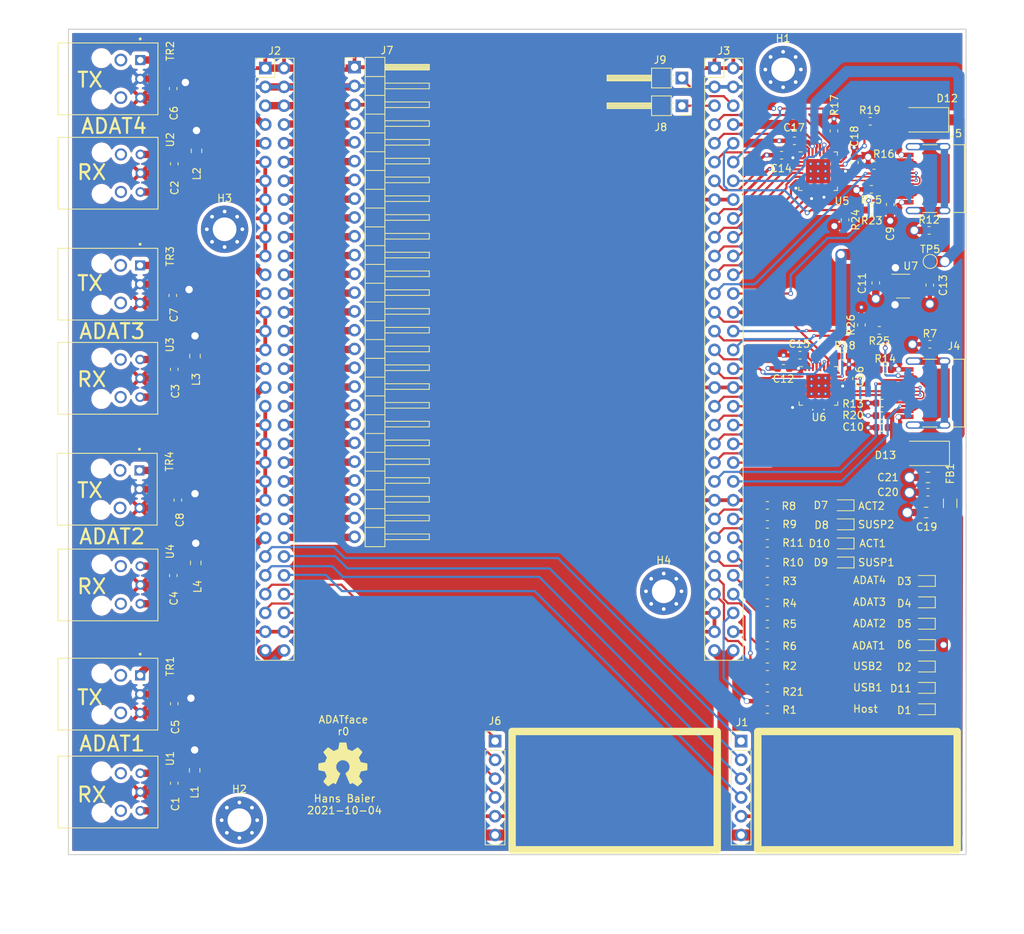
<source format=kicad_pcb>
(kicad_pcb (version 20211014) (generator pcbnew)
  (layers (0 "F.Cu" signal) (1 "In1.Cu" signal) (2 "In2.Cu" signal) (31 "B.Cu" signal) (34 "B.Paste" user) (35 "F.Paste" user) (36 "B.SilkS" user "B.Silkscreen") (37 "F.SilkS" user "F.Silkscreen") (38 "B.Mask" user) (39 "F.Mask" user) (44 "Edge.Cuts" user))
  (net 0 "")
  (net 1 "GND")
  (net 2 "Net-(C1-Pad2)")
  (net 3 "Net-(C2-Pad2)")
  (net 4 "Net-(C3-Pad2)")
  (net 5 "Net-(C4-Pad2)")
  (net 6 "+3V3")
  (net 7 "/USB2_VBUS")
  (net 8 "+1V8")
  (net 9 "Net-(D1-Pad2)")
  (net 10 "Net-(D2-Pad2)")
  (net 11 "Net-(D3-Pad2)")
  (net 12 "Net-(D4-Pad2)")
  (net 13 "Net-(D5-Pad2)")
  (net 14 "Net-(D6-Pad2)")
  (net 15 "Net-(D7-Pad2)")
  (net 16 "Net-(D8-Pad2)")
  (net 17 "Net-(D9-Pad2)")
  (net 18 "Net-(D10-Pad2)")
  (net 19 "Net-(D11-Pad2)")
  (net 20 "+5V")
  (net 21 "/I2S1_SCK")
  (net 22 "/I2S1_BCK")
  (net 23 "/I2S1_DIN")
  (net 24 "/I2S1_LRCK")
  (net 25 "/TOSLINK1_TX")
  (net 26 "/TOSLINK1_RX")
  (net 27 "/TOSLINK2_TX")
  (net 28 "/TOSLINK2_RX")
  (net 29 "/TOSLINK3_TX")
  (net 30 "/TOSLINK3_RX")
  (net 31 "/TOSLINK4_TX")
  (net 32 "/TOSLINK4_RX")
  (net 33 "/USB1")
  (net 34 "/HOST")
  (net 35 "/USB2")
  (net 36 "/SYNC1")
  (net 37 "/SYNC2")
  (net 38 "/SYNC3")
  (net 39 "/SYNC4")
  (net 40 "/I2S2_SCK")
  (net 41 "/I2S2_BCK")
  (net 42 "/I2S2_DIN")
  (net 43 "/I2S2_LRCK")
  (net 44 "/USB2_CLK")
  (net 45 "/USB2_STP")
  (net 46 "/USB2_VBUS_PIN")
  (net 47 "/USB2_DIR")
  (net 48 "/USB2_ID")
  (net 49 "/USB2_NXT")
  (net 50 "/USB2_RESET")
  (net 51 "/USB2_DATA0")
  (net 52 "/USB2_DATA4")
  (net 53 "/USB2_DATA1")
  (net 54 "/USB2_DATA5")
  (net 55 "/USB2_DATA2")
  (net 56 "/USB2_DATA6")
  (net 57 "/USB2_DATA3")
  (net 58 "/USB2_DATA7")
  (net 59 "/USB1_ACTIVE")
  (net 60 "/USB1_SUSPENDED_N")
  (net 61 "/USB2_ACTIVE")
  (net 62 "/USB2_SUSPENDED_N")
  (net 63 "Net-(J4-PadS1)")
  (net 64 "Net-(J5-PadS1)")
  (net 65 "/USB2_CC1")
  (net 66 "/USB2_SBU1")
  (net 67 "Net-(R17-Pad1)")
  (net 68 "Net-(R18-Pad1)")
  (net 69 "Net-(R19-Pad2)")
  (net 70 "Net-(R20-Pad2)")
  (net 80 "/USB2_CC2")
  (net 81 "/USB2_D+")
  (net 82 "/USB2_D-")
  (net 83 "/USB2_SBU2")
  (net 94 "/5V_FILTER")
  (net 95 "/USB1_VBUS")
  (net 96 "/USB1_CLK")
  (net 97 "/USB1_STP")
  (net 98 "/USB1_VBUS_PIN")
  (net 99 "/USB1_DIR")
  (net 100 "/USB1_ID")
  (net 101 "/USB1_NXT")
  (net 102 "/USB1_RESET")
  (net 103 "/USB1_DATA0")
  (net 104 "/USB1_DATA1")
  (net 105 "/USB1_DATA2")
  (net 106 "/USB1_DATA3")
  (net 107 "/USB1_DATA4")
  (net 108 "/USB1_DATA5")
  (net 109 "/USB1_DATA6")
  (net 110 "/USB1_DATA7")
  (net 111 "/USB1_SBU1")
  (net 112 "/USB1_SBU2")
  (net 113 "/USB1_CC1")
  (net 114 "/USB1_D+")
  (net 115 "/USB1_D-")
  (net 116 "/USB1_CC2")
  (net 117 "Net-(J3-Pad5)")
  (net 118 "Net-(J3-Pad6)")
  (net 119 "Net-(J2-Pad8)")
  (net 120 "Net-(J2-Pad10)")
  (net 121 "Net-(J2-Pad12)")
  (net 122 "Net-(J2-Pad14)")
  (net 123 "Net-(J2-Pad16)")
  (net 124 "Net-(J2-Pad18)")
  (net 125 "Net-(J2-Pad20)")
  (net 126 "Net-(J2-Pad22)")
  (net 127 "Net-(J2-Pad24)")
  (net 128 "Net-(J2-Pad26)")
  (net 129 "Net-(J2-Pad28)")
  (net 130 "Net-(J2-Pad30)")
  (net 131 "Net-(J2-Pad32)")
  (net 132 "Net-(J2-Pad34)")
  (net 133 "Net-(J2-Pad36)")
  (net 134 "Net-(J2-Pad38)")
  (net 135 "Net-(J2-Pad40)")
  (net 136 "Net-(J2-Pad42)")
  (net 137 "Net-(J2-Pad44)")
  (net 138 "Net-(J2-Pad46)")
  (net 139 "Net-(J2-Pad48)")
  (net 140 "Net-(J2-Pad50)")
  (net 141 "Net-(J2-Pad52)")
  (footprint "Symbols:OSHW-Symbol_6.7x6mm_SilkScreen" (layer "F.Cu") (at 78.425 136.075)
    (fp_text reference "N1" hide)
    (fp_text value "OHWLOGO" hide)
  )
  (footprint "Capacitor_SMD:C_0603_1608Metric" (layer "F.Cu") (at 151.3 90.5 180)
    (fp_text reference "C10")
    (fp_text value "2u2")
  )
  (footprint "Resistor_SMD:R_0603_1608Metric" (layer "F.Cu") (at 135.8 114.181666 180)
    (fp_text reference "R4")
    (fp_text value "10k")
  )
  (footprint "toslink:PLR135-T8_PLT133-T8" (layer "F.Cu") (at 48.426023 139.789033 90)
    (fp_text reference "U1")
    (fp_text value "PLR135_T8" hide)
  )
  (footprint "toslink:PLT133_T8" (layer "F.Cu") (at 48.430408 43.357745 -90)
    (fp_text reference "TR2")
    (fp_text value "PLT133_T8" hide)
  )
  (footprint "Inductor_SMD:L_0805_2012Metric" (layer "F.Cu") (at 58.45 80.85 -90)
    (fp_text reference "L3")
    (fp_text value "47uH")
  )
  (footprint "toslink:PLT133_T8" (layer "F.Cu") (at 48.406111 71.121385 -90)
    (fp_text reference "TR3")
    (fp_text value "PLT133_T8" hide)
  )
  (footprint "Capacitor_SMD:C_0603_1608Metric" (layer "F.Cu") (at 152.4 60.35 -90)
    (fp_text reference "C9")
    (fp_text value "2u2")
  )
  (footprint "Inductor_SMD:L_1206_3216Metric" (layer "F.Cu") (at 160.5 100.75 90)
    (fp_text reference "FB1")
    (fp_text value "1.5A")
  )
  (footprint "Resistor_SMD:R_0603_1608Metric" (layer "F.Cu") (at 135.8 101.027811 180)
    (fp_text reference "R8")
    (fp_text value "1k")
  )
  (footprint "Capacitor_SMD:C_0603_1608Metric" (layer "F.Cu") (at 55.65 127.85 -90)
    (fp_text reference "C5")
    (fp_text value "100n")
  )
  (footprint "Package_TO_SOT_SMD:SOT-23-5" (layer "F.Cu") (at 154.15 71.3875)
    (fp_text reference "U7")
    (fp_text value "ME6212C18M5G")
  )
  (footprint "MountingHole:MountingHole_3.2mm_M3_Pad_Via" (layer "F.Cu") (at 62.45 63.7)
    (fp_text reference "H3")
    (fp_text value "MountingHole")
  )
  (footprint "MountingHole:MountingHole_3.2mm_M3_Pad_Via" (layer "F.Cu") (at 121.793 112.649)
    (fp_text reference "H4")
    (fp_text value "MountingHole")
  )
  (footprint "LED_SMD:LED_0603_1608Metric" (layer "F.Cu") (at 157 114.141666 180)
    (fp_text reference "D4")
    (fp_text value "green")
  )
  (footprint "Resistor_SMD:R_0603_1608Metric" (layer "F.Cu") (at 151.2875 87.2 180)
    (fp_text reference "R13")
    (fp_text value "5k1")
  )
  (footprint "LED_SMD:LED_0603_1608Metric" (layer "F.Cu") (at 157 117.033332 180)
    (fp_text reference "D5")
    (fp_text value "green")
  )
  (footprint "Capacitor_SMD:C_0603_1608Metric" (layer "F.Cu") (at 55.45 72.65 -90)
    (fp_text reference "C7")
    (fp_text value "100n")
  )
  (footprint "Resistor_SMD:R_0603_1608Metric" (layer "F.Cu") (at 151.725 82.675 180)
    (fp_text reference "R14")
    (fp_text value "5k1")
  )
  (footprint "Capacitor_SMD:C_0603_1608Metric" (layer "F.Cu") (at 137.97 82.5 180)
    (fp_text reference "C12")
    (fp_text value "100n")
  )
  (footprint "Resistor_SMD:R_0603_1608Metric" (layer "F.Cu") (at 144.8 50.4 90)
    (fp_text reference "R17")
    (fp_text value "8k06 1%")
  )
  (footprint "Capacitor_SMD:C_0603_1608Metric" (layer "F.Cu") (at 150.45 70.95 -90)
    (fp_text reference "C11")
    (fp_text value "1u")
  )
  (footprint "Inductor_SMD:L_0805_2012Metric" (layer "F.Cu") (at 58.55 108.8125 -90)
    (fp_text reference "L4")
    (fp_text value "47uH")
  )
  (footprint "Resistor_SMD:R_0603_1608Metric" (layer "F.Cu") (at 146.05 80.85)
    (fp_text reference "R18")
    (fp_text value "8k06 1%")
  )
  (footprint "toslink:PLR135-T8_PLT133-T8" (layer "F.Cu") (at 48.440408 56.120245 90)
    (fp_text reference "U2")
    (fp_text value "PLR135_T8" hide)
  )
  (footprint "LED_SMD:LED_0603_1608Metric" (layer "F.Cu") (at 157 128.6 180)
    (fp_text reference "D1")
    (fp_text value "red")
  )
  (footprint "Capacitor_SMD:C_0603_1608Metric" (layer "F.Cu") (at 55.65 82.6375 90)
    (fp_text reference "C3")
    (fp_text value "100n")
  )
  (footprint "Capacitor_SMD:C_0805_2012Metric" (layer "F.Cu") (at 157.5 97.25)
    (fp_text reference "C21")
    (fp_text value "10u")
  )
  (footprint "Inductor_SMD:L_0805_2012Metric" (layer "F.Cu") (at 58.4 136.85 -90)
    (fp_text reference "L1")
    (fp_text value "47uH")
  )
  (footprint "Connector_PinHeader_2.54mm:PinHeader_2x32_P2.54mm_Vertical" (layer "F.Cu") (at 128.65 41.91)
    (fp_text reference "J3")
    (fp_text value "Conn_02x32_Odd_Even" hide)
  )
  (footprint "Capacitor_SMD:C_0603_1608Metric" (layer "F.Cu") (at 137.72 53.69 180)
    (fp_text reference "C14")
    (fp_text value "100n")
  )
  (footprint "Capacitor_SMD:C_0603_1608Metric" (layer "F.Cu") (at 55.65 54.85 90)
    (fp_text reference "C2")
    (fp_text value "100n")
  )
  (footprint "Resistor_SMD:R_0603_1608Metric" (layer "F.Cu") (at 135.8 111.29 180)
    (fp_text reference "R3")
    (fp_text value "10k")
  )
  (footprint "Connector_PinHeader_2.54mm:PinHeader_1x26_P2.54mm_Horizontal" (layer "F.Cu") (at 80.01 41.783)
    (fp_text reference "J7")
    (fp_text value "Conn_01x26_Male")
  )
  (footprint "Connector_PinHeader_2.54mm:PinHeader_1x06_P2.54mm_Vertical" (layer "F.Cu") (at 99 132.9)
    (fp_text reference "J6")
    (fp_text value "Conn_01x06_Male")
  )
  (footprint "Resistor_SMD:R_0603_1608Metric" (layer "F.Cu") (at 157.65 63.85)
    (fp_text reference "R12")
    (fp_text value "1M")
  )
  (footprint "TestPoint:TestPoint_Pad_D1.5mm" (layer "F.Cu") (at 157.8 68.05)
    (fp_text reference "TP5")
    (fp_text value "TestPoint")
  )
  (footprint "footprints:USB_C_Receptacle_XKB_U262-16XN-4BVC11" (layer "F.Cu") (at 158.65 85.85 90)
    (fp_text reference "J4")
    (fp_text value "Connector_USB_C_Receptacle_USB2.0")
  )
  (footprint "Capacitor_SMD:C_0603_1608Metric" (layer "F.Cu") (at 55.65 138.6 90)
    (fp_text reference "C1")
    (fp_text value "100n")
  )
  (footprint "LED_SMD:LED_0603_1608Metric" (layer "F.Cu") (at 157 122.816664 180)
    (fp_text reference "D2")
    (fp_text value "yellow")
  )
  (footprint "Diode_SMD:D_SMA" (layer "F.Cu") (at 156.9 48.9 180)
    (fp_text reference "D12")
    (fp_text value "Schottky")
  )
  (footprint "Resistor_SMD:R_0603_1608Metric" (layer "F.Cu") (at 146.3 62.425 -90)
    (fp_text reference "R24")
    (fp_text value "2k")
  )
  (footprint "Resistor_SMD:R_0603_1608Metric" (layer "F.Cu") (at 149.85 58.3 180)
    (fp_text reference "R15")
    (fp_text value "5k1")
  )
  (footprint "LED_SMD:LED_0603_1608Metric" (layer "F.Cu") (at 146.025 108.751964 180)
    (fp_text reference "D9")
    (fp_text value "green")
  )
  (footprint "Resistor_SMD:R_0603_1608Metric" (layer "F.Cu") (at 135.8 103.593358 180)
    (fp_text reference "R9")
    (fp_text value "10k")
  )
  (footprint "Resistor_SMD:R_0603_1608Metric" (layer "F.Cu") (at 135.8 128.64 180)
    (fp_text reference "R1")
    (fp_text value "1k")
  )
  (footprint "toslink:PLR135-T8_PLT133-T8" (layer "F.Cu") (at 48.4 83.85 90)
    (fp_text reference "U3")
    (fp_text value "PLR135_T8" hide)
  )
  (footprint "Capacitor_SMD:C_0603_1608Metric" (layer "F.Cu") (at 56.136737 100.320543 -90)
    (fp_text reference "C8")
    (fp_text value "100n")
  )
  (footprint "Resistor_SMD:R_0603_1608Metric" (layer "F.Cu") (at 148.51 76.6375 90)
    (fp_text reference "R26")
    (fp_text value "2k")
  )
  (footprint "LED_SMD:LED_0603_1608Metric" (layer "F.Cu") (at 157 119.924998 180)
    (fp_text reference "D6")
    (fp_text value "green")
  )
  (footprint "Resistor_SMD:R_0603_1608Metric" (layer "F.Cu") (at 135.8 117.073332 180)
    (fp_text reference "R5")
    (fp_text value "10k")
  )
  (footprint "Resistor_SMD:R_0603_1608Metric" (layer "F.Cu") (at 149.9 61.1 180)
    (fp_text reference "R23")
    (fp_text value "1k")
  )
  (footprint "Capacitor_SMD:C_0603_1608Metric" (layer "F.Cu") (at 147.55 54.67 90)
    (fp_text reference "C18")
    (fp_text value "2u2")
  )
  (footprint "Resistor_SMD:R_0603_1608Metric" (layer "F.Cu") (at 135.8 106.158905 180)
    (fp_text reference "R11")
    (fp_text value "1k")
  )
  (footprint "Resistor_SMD:R_0603_1608Metric" (layer "F.Cu") (at 150.22 55.07)
    (fp_text reference "R16")
    (fp_text value "5k1")
  )
  (footprint "Resistor_SMD:R_0603_1608Metric" (layer "F.Cu") (at 149.7 49.1 180)
    (fp_text reference "R19")
    (fp_text value "10k")
  )
  (footprint "LED_SMD:LED_0603_1608Metric" (layer "F.Cu") (at 146.025 106.174642 180)
    (fp_text reference "D10")
    (fp_text value "yellow")
  )
  (footprint "Resistor_SMD:R_0603_1608Metric" (layer "F.Cu") (at 135.8 108.724452 180)
    (fp_text reference "R10")
    (fp_text value "10k")
  )
  (footprint "LED_SMD:LED_0603_1608Metric" (layer "F.Cu") (at 146.025 101.02 180)
    (fp_text reference "D7")
    (fp_text value "yellow")
  )
  (footprint "Connector_PinHeader_2.54mm:PinHeader_1x01_P2.54mm_Horizontal" (layer "F.Cu") (at 124.25 43.25 180)
    (fp_text reference "J9")
    (fp_text value "Conn_01x01_Male")
  )
  (footprint "MountingHole:MountingHole_3.2mm_M3_Pad_Via" (layer "F.Cu") (at 64.45 143.6)
    (fp_text reference "H2")
    (fp_text value "MountingHole")
  )
  (footprint "Connector_PinHeader_2.54mm:PinHeader_1x06_P2.54mm_Vertical" (layer "F.Cu") (at 132.25 132.9)
    (fp_text reference "J1")
    (fp_text value "Conn_01x06_Male")
  )
  (footprint "Capacitor_SMD:C_0603_1608Metric" (layer "F.Cu") (at 55.525979 110.519892 90)
    (fp_text reference "C4")
    (fp_text value "100n")
  )
  (footprint "LED_SMD:LED_0603_1608Metric" (layer "F.Cu") (at 157 125.70833 180)
    (fp_text reference "D11")
    (fp_text value "yellow")
  )
  (footprint "Capacitor_SMD:C_0603_1608Metric" (layer "F.Cu") (at 146.825 83.9 90)
    (fp_text reference "C16")
    (fp_text value "2u2")
  )
  (footprint "Capacitor_SMD:C_0603_1608Metric" (layer "F.Cu") (at 139.45 51.74 180)
    (fp_text reference "C17")
    (fp_text value "100n")
  )
  (footprint "LED_SMD:LED_0603_1608Metric" (layer "F.Cu") (at 157 111.25 180)
    (fp_text reference "D3")
    (fp_text value "green")
  )
  (footprint "Capacitor_SMD:C_0603_1608Metric" (layer "F.Cu") (at 55.5 44.675 -90)
    (fp_text reference "C6")
    (fp_text value "100n")
  )
  (footprint "toslink:PLT133_T8" (layer "F.Cu") (at 48.32653 98.843594 -90)
    (fp_text reference "TR4")
    (fp_text value "PLT133_T8" hide)
  )
  (footprint "Resistor_SMD:R_0603_1608Metric" (layer "F.Cu") (at 135.8 119.964998 180)
    (fp_text reference "R6")
    (fp_text value "10k")
  )
  (footprint "Resistor_SMD:R_0603_1608Metric" (layer "F.Cu") (at 150.925 77.3625 180)
    (fp_text reference "R25")
    (fp_text value "1k")
  )
  (footprint "Connector_PinHeader_2.54mm:PinHeader_1x01_P2.54mm_Horizontal" (layer "F.Cu") (at 124.25 47 180)
    (fp_text reference "J8")
    (fp_text value "Conn_01x01_Male")
  )
  (footprint "Capacitor_SMD:C_0603_1608Metric" (layer "F.Cu") (at 140.21 80.73 180)
    (fp_text reference "C15")
    (fp_text value "100n")
  )
  (footprint "Resistor_SMD:R_0603_1608Metric" (layer "F.Cu") (at 157.7625 79.25)
    (fp_text reference "R7")
    (fp_text value "1M")
  )
  (footprint "Capacitor_SMD:C_0603_1608Metric" (layer "F.Cu") (at 157.5 99.25)
    (fp_text reference "C20")
    (fp_text value "100n")
  )
  (footprint "MountingHole:MountingHole_3.2mm_M3_Pad_Via" (layer "F.Cu") (at 137.925 42.1)
    (fp_text reference "H1")
    (fp_text value "MountingHole")
  )
  (footprint "Resistor_SMD:R_0603_1608Metric" (layer "F.Cu") (at 135.8 125.74833 180)
    (fp_text reference "R21")
    (fp_text value "1k")
  )
  (footprint "toslink:PLR135-T8_PLT133-T8" (layer "F.Cu") (at 48.426023 111.789033 90)
    (fp_text reference "U4")
    (fp_text value "PLR135_T8" hide)
  )
  (footprint "Capacitor_SMD:C_0603_1608Metric" (layer "F.Cu") (at 157.75 71.25 -90)
    (fp_text reference "C13")
    (fp_text value "1u")
  )
  (footprint "LED_SMD:LED_0603_1608Metric" (layer "F.Cu") (at 146.025 103.597321 180)
    (fp_text reference "D8")
    (fp_text value "green")
  )
  (footprint "toslink:PLT133_T8" (layer "F.Cu") (at 48.416023 126.551533 -90)
    (fp_text reference "TR1")
    (fp_text value "PLT133_T8" hide)
  )
  (footprint "Connector_PinHeader_2.54mm:PinHeader_2x32_P2.54mm_Vertical" (layer "F.Cu") (at 67.945 41.91)
    (fp_text reference "J2")
    (fp_text value "Conn_02x32_Odd_Even")
  )
  (footprint "footprints:QFN-32-1EP_5x5mm_P0.5mm_EP3.3x3.3mm" (layer "F.Cu") (at 142.65 55.85)
    (fp_text reference "U5")
    (fp_text value "USB3320")
  )
  (footprint "Capacitor_SMD:C_0805_2012Metric" (layer "F.Cu") (at 157.25 102)
    (fp_text reference "C19")
    (fp_text value "10n")
  )
  (footprint "Resistor_SMD:R_0603_1608Metric" (layer "F.Cu") (at 135.8 122.856664 180)
    (fp_text reference "R2")
    (fp_text value "1k")
  )
  (footprint "footprints:USB_C_Receptacle_XKB_U262-16XN-4BVC11" (layer "F.Cu") (at 158.65 56.85 90)
    (fp_text reference "J5")
    (fp_text value "Connector_USB_C_Receptacle_USB2.0")
  )
  (footprint "footprints:QFN-32-1EP_5x5mm_P0.5mm_EP3.3x3.3mm" (layer "F.Cu") (at 142.7 84.875)
    (fp_text reference "U6")
    (fp_text value "USB3320")
  )
  (footprint "Diode_SMD:D_SMA" (layer "F.Cu") (at 157 94 180)
    (fp_text reference "D13")
    (fp_text value "Schottky")
  )
  (footprint "Resistor_SMD:R_0603_1608Metric" (layer "F.Cu") (at 151.2625 88.9 180)
    (fp_text reference "R20")
    (fp_text value "10k")
  )
  (footprint "Inductor_SMD:L_0805_2012Metric" (layer "F.Cu") (at 58.65 53.09375 -90)
    (fp_text reference "L2")
    (fp_text value "47uH")
  )
  (gr_rect (start 134.5 131.6) (end 161.45 147.6) (layer "F.SilkS") (width 1) (fill none))
  (gr_rect (start 101.3 131.6) (end 129.025 147.6) (layer "F.SilkS") (width 1) (fill none))
  (gr_rect (start 41.35 36.65) (end 162.65 148.25) (layer "Edge.Cuts") (width 0.15) (fill none))
  (gr_text "Hans Baier\n2021-10-04" (at 78.65 141.475) (layer "F.SilkS") (effects (font (size 1 1))))
  (gr_text "TX" (at 44.25 99) (layer "F.SilkS") (effects (font (size 2 2) (thickness 0.3))))
  (gr_text "ADATface\nr0" (at 78.5 130.8) (layer "F.SilkS") (effects (font (size 1 1))))
  (gr_text "RX" (at 44.488096 84) (layer "F.SilkS") (effects (font (size 2 2) (thickness 0.3))))
  (gr_text "TX" (at 44.25 43.5) (layer "F.SilkS") (effects (font (size 2 2) (thickness 0.3))))
  (gr_text "RX" (at 44.488096 112) (layer "F.SilkS") (effects (font (size 2 2) (thickness 0.3))))
  (gr_text "ADAT1" (at 47.25 133.25) (layer "F.SilkS") (effects (font (size 2 2) (thickness 0.3))))
  (gr_text "ADAT2" (at 47.25 105.25) (layer "F.SilkS") (effects (font (size 2 2) (thickness 0.3))))
  (gr_text "TX" (at 44.25 127) (layer "F.SilkS") (effects (font (size 2 2) (thickness 0.3))))
  (gr_text "RX" (at 44.488096 56) (layer "F.SilkS") (effects (font (size 2 2) (thickness 0.3))))
  (gr_text "TX" (at 44.25 71) (layer "F.SilkS") (effects (font (size 2 2) (thickness 0.3))))
  (gr_text "ADAT3" (at 47.25 77.5) (layer "F.SilkS") (effects (font (size 2 2) (thickness 0.3))))
  (gr_text "RX" (at 44.488096 140.15) (layer "F.SilkS") (effects (font (size 2 2) (thickness 0.3))))
  (gr_text "ADAT4" (at 47.5 49.75) (layer "F.SilkS") (effects (font (size 2 2) (thickness 0.3))))
  (segment (start 146.8125 81.9625) (end 146.825 81.975) (width 0.3) (layer "F.Cu") (net 1))
  (segment (start 154.035277 53.5) (end 153.898677 53.6366) (width 0.3) (layer "F.Cu") (net 1))
  (segment (start 156.7125 99.25) (end 155.05 99.25) (width 1) (layer "F.Cu") (net 1))
  (segment (start 55.044338 111.789033) (end 55.525979 111.307392) (width 1) (layer "F.Cu") (net 1))
  (segment (start 51.056023 139.789033) (end 55.248467 139.789033) (width 1) (layer "F.Cu") (net 1))
  (segment (start 152.5125 82.6375) (end 153.502518 82.6375) (width 0.6) (layer "F.Cu") (net 1))
  (segment (start 67.945 46.99) (end 79.883 46.99) (width 1) (layer "F.Cu") (net 1))
  (segment (start 156.8625 63.85) (end 155.65 63.85) (width 1) (layer "F.Cu") (net 1))
  (segment (start 154.554428 82.49513) (end 153.724428 82.49513) (width 0.3) (layer "F.Cu") (net 1))
  (segment (start 55.861186 101.383594) (end 56.136737 101.108043) (width 1) (layer "F.Cu") (net 1))
  (segment (start 139.03 80.73) (end 137.98 80.73) (width 0.6) (layer "F.Cu") (net 1))
  (segment (start 156.5625 97.25) (end 155 97.25) (width 1) (layer "F.Cu") (net 1))
  (segment (start 55.167255 56.120245) (end 55.65 55.6375) (width 1) (layer "F.Cu") (net 1))
  (segment (start 151.8 104.9) (end 147.2 104.9) (width 1) (layer "F.Cu") (net 1))
  (segment (start 154.98 59.9) (end 154.15 59.9) (width 0.3) (layer "F.Cu") (net 1))
  (segment (start 150.8 71.3875) (end 150.45 71.7375) (width 0.6) (layer "F.Cu") (net 1))
  (segment (start 157.7875 119.924998) (end 159.575002 119.924998) (width 1) (layer "F.Cu") (net 1))
  (segment (start 148.5 75.3) (end 148.5 74.25) (width 0.6) (layer "F.Cu") (net 1))
  (segment (start 144.8 49.6125) (end 144.8 48.725) (width 0.6) (layer "F.Cu") (net 1))
  (segment (start 157.7875 111.25) (end 157.7875 128.6) (width 0.6) (layer "F.Cu") (net 1))
  (segment (start 149.45 90.5) (end 149.425 90.525) (width 0.6) (layer "F.Cu") (net 1))
  (segment (start 146.825 83.1875) (end 146.825 81.975) (width 0.6) (layer "F.Cu") (net 1))
  (segment (start 152.4 61.1375) (end 152.4 62.55) (width 1) (layer "F.Cu") (net 1))
  (segment (start 155.05 99.25) (end 155 99.3) (width 1) (layer "F.Cu") (net 1))
  (segment (start 147.52 53.8525) (end 147.52 52.64) (width 0.6) (layer "F.Cu") (net 1))
  (segment (start 147.9339 58.3) (end 147.84195 58.39195) (width 0.6) (layer "F.Cu") (net 1))
  (segment (start 79.883 41.91) (end 80.01 41.783) (width 1) (layer "F.Cu") (net 1))
  (segment (start 154.15 59.9) (end 153.95 60.1) (width 0.3) (layer "F.Cu") (net 1))
  (segment (start 154.062077 53.8) (end 153.898677 53.6366) (width 0.3) (layer "F.Cu") (net 1))
  (segment (start 55.225 83.85) (end 55.65 83.425) (width 1) (layer "F.Cu") (net 1))
  (segment (start 146.8125 101.02) (end 146.8125 108.751964) (width 0.6) (layer "F.Cu") (net 1))
  (segment (start 154.53 88.9) (end 153.7 88.9) (width 0.3) (layer "F.Cu") (net 1))
  (segment (start 154.554428 82.79513) (end 153.624428 82.79513) (width 0.3) (layer "F.Cu") (net 1))
  (segment (start 136.93 82.5) (end 135.88 82.5) (width 0.6) (layer "F.Cu") (net 1))
  (segment (start 154.53 89.2) (end 153.6 89.2) (width 0.3) (layer "F.Cu") (net 1))
  (segment (start 136.76 53.68) (end 135.71 53.68) (width 0.6) (layer "F.Cu") (net 1))
  (segment (start 51.056023 111.789033) (end 55.044338 111.789033) (width 1) (layer "F.Cu") (net 1))
  (segment (start 51.036023 129.091533) (end 55.195967 129.091533) (width 1) (layer "F.Cu") (net 1))
  (segment (start 154.7 102) (end 151.8 104.9) (width 1) (layer "F.Cu") (net 1))
  (segment (start 149.42 55.135) (end 149.42 53.81) (width 0.6) (layer "F.Cu") (net 1))
  (segment (start 156.3125 102) (end 154.7 102) (width 1) (layer "F.Cu") (net 1))
  (segment (start 51.03 83.85) (end 55.225 83.85) (width 1) (layer "F.Cu") (net 1))
  (segment (start 150.5125 90.5) (end 149.45 90.5) (width 0.6) (layer "F.Cu") (net 1))
  (segment (start 55.064755 45.897745) (end 55.5 45.4625) (width 1) (layer "F.Cu") (net 1))
  (segment (start 156.975 79.25) (end 155.4 79.25) (width 0.6) (layer "F.Cu") (net 1))
  (segment (start 153.05 71.3875) (end 150.8 71.3875) (width 0.6) (layer "F.Cu") (net 1))
  (segment (start 50.94653 101.383594) (end 55.861186 101.383594) (width 1) (layer "F.Cu") (net 1))
  (segment (start 138.45 51.74) (end 137.4 51.74) (width 0.6) (layer "F.Cu") (net 1))
  (segment (start 144.85 63.275) (end 144.8875 63.29375) (width 1) (layer "F.Cu") (net 1))
  (segment (start 67.945 41.91) (end 79.883 41.91) (width 1) (layer "F.Cu") (net 1))
  (segment (start 149.0625 58.3) (end 147.9339 58.3) (width 0.6) (layer "F.Cu") (net 1))
  (segment (start 153.502518 82.6375) (end 153.523548 82.65853) (width 0.6) (layer "F.Cu") (net 1))
  (segment (start 150.45 71.7375) (end 150.45 73.1) (width 1) (layer "F.Cu") (net 1))
  (segment (start 55.226115 73.661385) (end 55.45 73.4375) (width 1) (layer "F.Cu") (net 1))
  (segment (start 55.195967 129.091533) (end 55.65 128.6375) (width 1) (layer "F.Cu") (net 1))
  (segment (start 154.98 60.2) (end 154.05 60.2) (width 0.3) (layer "F.Cu") (net 1))
  (segment (start 51.050408 45.897745) (end 55.064755 45.897745) (width 1) (layer "F.Cu") (net 1))
  (segment (start 144.8875 63.29375) (end 146.3 63.29375) (width 1) (layer "F.Cu") (net 1))
  (segment (start 159.575002 119.924998) (end 159.6 119.9) (width 1) (layer "F.Cu") (net 1))
  (segment (start 150.5 87.2) (end 149.4125 87.2) (width 0.6) (layer "F.Cu") (net 1))
  (segment (start 157.75 72.0375) (end 157.75 73.8) (width 0.6) (layer "F.Cu") (net 1))
  (segment (start 55.248467 139.789033) (end 55.65 139.3875) (width 1) (layer "F.Cu") (net 1))
  (segment (start 51.026111 73.661385) (end 55.226115 73.661385) (width 1) (layer "F.Cu") (net 1))
  (segment (start 79.883 46.99) (end 80.01 46.863) (width 1) (layer "F.Cu") (net 1))
  (segment (start 146.8125 81.075) (end 146.8125 81.9625) (width 0.3) (layer "F.Cu") (net 1))
  (segment (start 154.98 53.5) (end 154.035277 53.5) (width 0.3) (layer "F.Cu") (net 1))
  (segment (start 154.98 53.8) (end 154.062077 53.8) (width 0.3) (layer "F.Cu") (net 1))
  (segment (start 154.05 60.2) (end 153.95 60.1) (width 0.3) (layer "F.Cu") (net 1))
  (segment (start 51.070408 56.120245) (end 55.167255 56.120245) (width 1) (layer "F.Cu") (net 1))
  (via (at 143.65 54.85) (size 0.45) (drill 0.2) (layers "F.Cu" "B.Cu") (net 1))
  (via (at 155 97.25) (size 1.5) (drill 1.2) (layers "F.Cu" "B.Cu") (net 1))
  (via (at 136.652 47.371) (size 0.65) (drill 0.4) (layers "F.Cu" "B.Cu") (net 1))
  (via (at 141.754384 83.960199) (size 0.45) (drill 0.2) (layers "F.Cu" "B.Cu") (net 1))
  (via (at 150.45 73.1) (size 1.3) (drill 1) (layers "F.Cu" "B.Cu") (net 1))
  (via (at 143.65 55.85) (size 0.45) (drill 0.2) (layers "F.Cu" "B.Cu") (net 1))
  (via (at 142.75 85.95) (size 0.45) (drill 0.2) (layers "F.Cu" "B.Cu") (net 1))
  (via (at 148.5 74.25) (size 0.65) (drill 0.4) (layers "F.Cu" "B.Cu") (net 1))
  (via (at 144.85 63.275) (size 0.95) (drill 0.8) (layers "F.Cu" "B.Cu") (net 1))
  (via (at 142.65 56.85) (size 0.45) (drill 0.2) (layers "F.Cu" "B.Cu") (net 1))
  (via (at 136.1 55.6) (size 0.45) (drill 0.2) (layers "F.Cu" "B.Cu") (net 1))
  (via (at 153.523548 82.65853) (size 0.75) (drill 0.6) (layers "F.Cu" "B.Cu") (net 1))
  (via (at 155 99.3) (size 1.5) (drill 1.2) (layers "F.Cu" "B.Cu") (net 1))
  (via (at 153.49912 89.0634) (size 0.75) (drill 0.6) (layers "F.Cu" "B.Cu") (net 1))
  (via (at 159.6 119.9) (size 0.95) (drill 0.8) (layers "F.Cu" "B.Cu") (net 1))
  (via (at 144.8 48.75) (size 0.65) (drill 0.4) (layers "F.Cu" "B.Cu") (net 1))
  (via (at 141.65 54.85) (size 0.45) (drill 0.2) (layers "F.Cu" "B.Cu") (net 1))
  (via (at 141.75 84.85) (size 0.45) (drill 0.2) (layers "F.Cu" "B.Cu") (net 1))
  (via (at 135.71 53.68) (size 0.65) (drill 0.4) (layers "F.Cu" "B.Cu") (net 1))
  (via (at 141.65 55.85) (size 0.45) (drill 0.2) (layers "F.Cu" "B.Cu") (net 1))
  (via (at 153.898677 53.6366) (size 0.75) (drill 0.6) (layers "F.Cu" "B.Cu") (net 1))
  (via (at 142.75 83.8) (size 0.45) (drill 0.2) (layers "F.Cu" "B.Cu") (net 1))
  (via (at 143.65 84.85) (size 0.45) (drill 0.2) (layers "F.Cu" "B.Cu") (net 1))
  (via (at 141.75 85.95) (size 0.45) (drill 0.2) (layers "F.Cu" "B.Cu") (net 1))
  (via (at 137.98 80.73) (size 0.65) (drill 0.4) (layers "F.Cu" "B.Cu") (net 1))
  (via (at 137.4 51.74) (size 0.65) (drill 0.4) (layers "F.Cu" "B.Cu") (net 1))
  (via (at 143.65 85.95) (size 0.45) (drill 0.2) (layers "F.Cu" "B.Cu") (net 1))
  (via (at 154.7 102) (size 1.5) (drill 1.2) (layers "F.Cu" "B.Cu") (net 1))
  (via (at 142.75 84.85) (size 0.45) (drill 0.2) (layers "F.Cu" "B.Cu") (net 1))
  (via (at 149.42 53.91) (size 0.95) (drill 0.8) (layers "F.Cu" "B.Cu") (net 1))
  (via (at 149.4125 87.2) (size 0.65) (drill 0.4) (layers "F.Cu" "B.Cu") (net 1))
  (via (at 143.65 56.85) (size 0.45) (drill 0.2) (layers "F.Cu" "B.Cu") (net 1))
  (via (at 135.88 82.5) (size 0.65) (drill 0.4) (layers "F.Cu" "B.Cu") (net 1))
  (via (at 146.825 81.975) (size 0.65) (drill 0.4) (layers "F.Cu" "B.Cu") (net 1))
  (via (at 149.425 90.525) (size 0.65) (drill 0.4) (layers "F.Cu" "B.Cu") (net 1))
  (via (at 139.3 49.6) (size 0.45) (drill 0.2) (layers "F.Cu" "B.Cu") (net 1))
  (via (at 143.65 83.8) (size 0.45) (drill 0.2) (layers "F.Cu" "B.Cu") (net 1))
  (via (at 141.65 56.85) (size 0.45) (drill 0.2) (layers "F.Cu" "B.Cu") (net 1))
  (via (at 155.65 63.85) (size 1.3) (drill 1) (layers "F.Cu" "B.Cu") (net 1))
  (via (at 147.52 52.64) (size 0.65) (drill 0.4) (layers "F.Cu" "B.Cu") (net 1))
  (via (at 142.65 55.85) (size 0.45) (drill 0.2) (layers "F.Cu" "B.Cu") (net 1))
  (via (at 142.65 54.85) (size 0.45) (drill 0.2) (layers "F.Cu" "B.Cu") (net 1))
  (via (at 155.4 79.25) (size 1.3) (drill 1) (layers "F.Cu" "B.Cu") (net 1))
  (via (at 152.4 62.55) (size 0.95) (drill 0.8) (layers "F.Cu" "B.Cu") (net 1))
  (via (at 157.75 73.8) (size 1.3) (drill 1) (layers "F.Cu" "B.Cu") (net 1))
  (via (at 147.84195 58.39195) (size 0.95) (drill 0.8) (layers "F.Cu" "B.Cu") (net 1))
  (via (at 153.94912 60.0634) (size 0.75) (drill 0.6) (layers "F.Cu" "B.Cu") (net 1))
  (segment (start 55.086533 137.249033) (end 55.65 137.8125) (width 1) (layer "F.Cu") (net 2))
  (segment (start 55.65 137.8125) (end 58.675 137.8125) (width 1) (layer "F.Cu") (net 2))
  (segment (start 51.056023 137.249033) (end 55.086533 137.249033) (width 1) (layer "F.Cu") (net 2))
  (segment (start 57.95 54.0625) (end 57.9625 54.05) (width 1) (layer "F.Cu") (net 3))
  (segment (start 55.167745 53.580245) (end 55.65 54.0625) (width 1) (layer "F.Cu") (net 3))
  (segment (start 51.070408 53.580245) (end 55.167745 53.580245) (width 1) (layer "F.Cu") (net 3))
  (segment (start 55.65 54.0625) (end 57.95 54.0625) (width 1) (layer "F.Cu") (net 3))
  (segment (start 55.11 81.31) (end 55.65 81.85) (width 1) (layer "F.Cu") (net 4))
  (segment (start 55.65 81.85) (end 58.175 81.85) (width 1) (layer "F.Cu") (net 4))
  (segment (start 51.03 81.31) (end 55.11 81.31) (width 1) (layer "F.Cu") (net 4))
  (segment (start 58.532392 109.732392) (end 58.55 109.75) (width 1) (layer "F.Cu") (net 5))
  (segment (start 55.525979 109.732392) (end 58.532392 109.732392) (width 1) (layer "F.Cu") (net 5))
  (segment (start 55.04262 109.249033) (end 55.525979 109.732392) (width 1) (layer "F.Cu") (net 5))
  (segment (start 51.056023 109.249033) (end 55.04262 109.249033) (width 1) (layer "F.Cu") (net 5))
  (segment (start 143.4 59.316918) (end 143.444882 59.3618) (width 0.3) (layer "F.Cu") (net 6))
  (segment (start 138.7575 82.5) (end 140 82.5) (width 0.6) (layer "F.Cu") (net 6))
  (segment (start 153.05 69.35) (end 153.05 70) (width 1) (layer "F.Cu") (net 6))
  (segment (start 51.026111 71.121385) (end 54.708885 71.121385) (width 1) (layer "F.Cu") (net 6))
  (segment (start 140.2125 54.1) (end 139.3134 54.1) (width 0.3) (layer "F.Cu") (net 6))
  (segment (start 141.95 88.075) (end 141.925 88.1) (width 0.3) (layer "F.Cu") (net 6))
  (segment (start 146.35 55.85) (end 147.1575 55.85) (width 0.6) (layer "F.Cu") (net 6))
  (segment (start 58.65 52.15625) (end 58.65 50.34375) (width 1) (layer "F.Cu") (net 6))
  (segment (start 141.9 59.421768) (end 141.770974 59.550794) (width 0.3) (layer "F.Cu") (net 6))
  (segment (start 58.45 79.9125) (end 58.45 78.1125) (width 1) (layer "F.Cu") (net 6))
  (segment (start 146.3875 85.125) (end 146.825 84.6875) (width 0.3) (layer "F.Cu") (net 6))
  (segment (start 58.4 135.9125) (end 58.4 134.1) (width 1) (layer "F.Cu") (net 6))
  (segment (start 67.945 44.45) (end 79.883 44.45) (width 1) (layer "F.Cu") (net 6))
  (segment (start 140.2625 86.625) (end 140.2625 86.7375) (width 0.3) (layer "F.Cu") (net 6))
  (segment (start 140.2125 54.1) (end 140.65 54.1) (width 0.3) (layer "F.Cu") (net 6))
  (segment (start 150.725 70.4375) (end 150.45 70.1625) (width 0.6) (layer "F.Cu") (net 6))
  (segment (start 140.2125 57.6) (end 140.2 57.6) (width 0.3) (layer "F.Cu") (net 6))
  (segment (start 145.975 84.9) (end 145.975 85.05) (width 0.3) (layer "F.Cu") (net 6))
  (segment (start 140.2625 86.7375) (end 139.2 87.8) (width 0.3) (layer "F.Cu") (net 6))
  (segment (start 146.1 56.1) (end 146.35 55.85) (width 0.3) (layer "F.Cu") (net 6))
  (segment (start 54.708885 71.121385) (end 55.45 71.8625) (width 1) (layer "F.Cu") (net 6))
  (segment (start 55.5 43.8875) (end 57.1125 43.8875) (width 1) (layer "F.Cu") (net 6))
  (segment (start 143.4 58.2875) (end 143.4 59.316918) (width 0.3) (layer "F.Cu") (net 6))
  (segment (start 138.5075 53.69) (end 138.8541 54.0366) (width 0.6) (layer "F.Cu") (net 6))
  (segment (start 145.1375 85.125) (end 145.9 85.125) (width 0.3) (layer "F.Cu") (net 6))
  (segment (start 55.139033 126.551533) (end 55.65 127.0625) (width 1) (layer "F.Cu") (net 6))
  (segment (start 140.9 53.849999) (end 140.9 53.4125) (width 0.3) (layer "F.Cu") (net 6))
  (segment (start 145.975 85.05) (end 145.9 85.125) (width 0.3) (layer "F.Cu") (net 6))
  (segment (start 50.94653 98.843594) (end 55.447288 98.843594) (width 1) (layer "F.Cu") (net 6))
  (segment (start 55.65 127.0625) (end 57.8625 127.0625) (width 1) (layer "F.Cu") (net 6))
  (segment (start 145.0875 56.1) (end 146.1 56.1) (width 0.3) (layer "F.Cu") (net 6))
  (segment (start 140 82.5) (end 140.7 82.5) (width 0.6) (layer "F.Cu") (net 6))
  (segment (start 57.6375 71.8625) (end 57.65 71.85) (width 1) (layer "F.Cu") (net 6))
  (segment (start 141.9 58.2875) (end 141.9 59.421768) (width 0.3) (layer "F.Cu") (net 6))
  (segment (start 56.136737 99.533043) (end 58.366957 99.533043) (width 1) (layer "F.Cu") (net 6))
  (segment (start 145.7 84.625) (end 145.975 84.9) (width 0.3) (layer "F.Cu") (net 6))
  (segment (start 55.45 71.8625) (end 57.6375 71.8625) (width 1) (layer "F.Cu") (net 6))
  (segment (start 51.036023 126.551533) (end 55.139033 126.551533) (width 1) (layer "F.Cu") (net 6))
  (segment (start 143.45 87.3125) (end 143.45 88.075) (width 0.3) (layer "F.Cu") (net 6))
  (segment (start 145.9 85.125) (end 146.3875 85.125) (width 0.3) (layer "F.Cu") (net 6))
  (segment (start 140.2 57.6) (end 139.65 58.15) (width 0.3) (layer "F.Cu") (net 6))
  (segment (start 55.447288 98.843594) (end 56.136737 99.533043) (width 1) (layer "F.Cu") (net 6))
  (segment (start 153.05 73.9) (end 153.05 72.95) (width 1) (layer "F.Cu") (net 6))
  (segment (start 153.05 70.4375) (end 153.05 70) (width 0.6) (layer "F.Cu") (net 6))
  (segment (start 147.1575 55.85) (end 147.55 55.4575) (width 0.6) (layer "F.Cu") (net 6))
  (segment (start 140.65 54.1) (end 140.9 53.849999) (width 0.3) (layer "F.Cu") (net 6))
  (segment (start 146.1 55.6) (end 146.35 55.85) (width 0.3) (layer "F.Cu") (net 6))
  (segment (start 58.366957 99.533043) (end 58.45 99.45) (width 1) (layer "F.Cu") (net 6))
  (segment (start 57.1125 43.8875) (end 57.15 43.85) (width 1) (layer "F.Cu") (net 6))
  (segment (start 51.050408 43.357745) (end 54.970245 43.357745) (width 1) (layer "F.Cu") (net 6))
  (segment (start 140 82.5) (end 140.3 82.8) (width 0.6) (layer "F.Cu") (net 6))
  (segment (start 139.3134 54.1) (end 139.25 54.0366) (width 0.3) (layer "F.Cu") (net 6))
  (segment (start 140.9 53.4125) (end 138.785 53.4125) (width 0.3) (layer "F.Cu") (net 6))
  (segment (start 138.8541 54.0366) (end 139.25 54.0366) (width 0.6) (layer "F.Cu") (net 6))
  (segment (start 141.95 87.3125) (end 141.95 88.075) (width 0.3) (layer "F.Cu") (net 6))
  (segment (start 79.883 44.45) (end 80.01 44.323) (width 1) (layer "F.Cu") (net 6))
  (segment (start 54.970245 43.357745) (end 55.5 43.8875) (width 1) (layer "F.Cu") (net 6))
  (segment (start 58.55 107.875) (end 58.55 106.15) (width 1) (layer "F.Cu") (net 6))
  (segment (start 145.0875 55.6) (end 146.1 55.6) (width 0.3) (layer "F.Cu") (net 6))
  (segment (start 145.1375 84.625) (end 145.7 84.625) (width 0.3) (layer "F.Cu") (net 6))
  (segment (start 140.3 82.8) (end 140.3 82.9) (width 0.6) (layer "F.Cu") (net 6))
  (segment (start 153.05 72.3375) (end 153.05 72.95) (width 0.6) (layer "F.Cu") (net 6))
  (segment (start 57.8625 127.0625) (end 57.9 127.1) (width 1) (layer "F.Cu") (net 6))
  (segment (start 153.05 70.4375) (end 150.725 70.4375) (width 0.6) (layer "F.Cu") (net 6))
  (segment (start 145.975 84.9) (end 146.6125 84.9) (width 0.3) (layer "F.Cu") (net 6))
  (via (at 58.55 106.15) (size 1.3) (drill 1) (layers "F.Cu" "B.Cu") (net 6))
  (via (at 57.65 71.85) (size 1.3) (drill 1) (layers "F.Cu" "B.Cu") (net 6))
  (via (at 143.45 88.075) (size 0.45) (drill 0.2) (layers "F.Cu" "B.Cu") (net 6))
  (via (at 139.65 58.15) (size 0.65) (drill 0.4) (layers "F.Cu" "B.Cu") (net 6))
  (via (at 143.444882 59.3618) (size 0.65) (drill 0.4) (layers "F.Cu" "B.Cu") (net 6))
  (via (at 139.25 54.0366) (size 0.65) (drill 0.4) (layers "F.Cu" "B.Cu") (net 6))
  (via (at 141.925 88.1) (size 0.45) (drill 0.2) (layers "F.Cu" "B.Cu") (net 6))
  (via (at 58.65 50.34375) (size 1.3) (drill 1) (layers "F.Cu" "B.Cu") (net 6))
  (via (at 58.45 78.1125) (size 1.3) (drill 1) (layers "F.Cu" "B.Cu") (net 6))
  (via (at 141.770974 59.550794) (size 0.65) (drill 0.4) (layers "F.Cu" "B.Cu") (net 6))
  (via (at 153.1 68.9) (size 1.3) (drill 1) (layers "F.Cu" "B.Cu") (net 6))
  (via (at 57.9 127.1) (size 1.3) (drill 1) (layers "F.Cu" "B.Cu") (net 6))
  (via (at 153.05 73.9) (size 1.3) (drill 1) (layers "F.Cu" "B.Cu") (net 6))
  (via (at 140 82.5) (size 0.65) (drill 0.4) (layers "F.Cu" "B.Cu") (net 6))
  (via (at 58.45 99.45) (size 1.3) (drill 1) (layers "F.Cu" "B.Cu") (net 6))
  (via (at 139.2 87.8) (size 0.65) (drill 0.4) (layers "F.Cu" "B.Cu") (net 6))
  (via (at 58.4 134.1) (size 1.3) (drill 1) (layers "F.Cu" "B.Cu") (net 6))
  (via (at 57.15 43.85) (size 1.3) (drill 1) (layers "F.Cu" "B.Cu") (net 6))
  (via (at 146.35 55.85) (size 0.65) (drill 0.4) (layers "F.Cu" "B.Cu") (net 6))
  (via (at 145.975 84.9) (size 0.65) (drill 0.4) (layers "F.Cu" "B.Cu") (net 6))
  (segment (start 155.74 59.1) (end 154.98 59.1) (width 0.3) (layer "F.Cu") (net 7))
  (segment (start 152.9 54.3) (end 152.5 53.9) (width 0.4) (layer "F.Cu") (net 7))
  (segment (start 150.65 60.7) (end 151.7875 59.5625) (width 0.6) (layer "F.Cu") (net 7))
  (segment (start 150.4875 49.1) (end 152.35 49.1) (width 0.6) (layer "F.Cu") (net 7))
  (segment (start 154.98 54.3) (end 152.9 54.3) (width 0.4) (layer "F.Cu") (net 7))
  (segment (start 151.7875 59.5625) (end 152.4 59.5625) (width 0.6) (layer "F.Cu") (net 7))
  (segment (start 154.98 59.4) (end 152.5625 59.4) (width 0.4) (layer "F.Cu") (net 7))
  (segment (start 154.98 59.1) (end 152.35 59.1) (width 0.4) (layer "F.Cu") (net 7))
  (segment (start 152.2 54) (end 152.2 49.1) (width 0.4) (layer "F.Cu") (net 7))
  (segment (start 152.8 54.6) (end 152.2 54) (width 0.4) (layer "F.Cu") (net 7))
  (segment (start 150.4875 49.1) (end 154.7 49.1) (width 1) (layer "F.Cu") (net 7))
  (segment (start 156.885 57.955) (end 155.74 59.1) (width 0.3) (layer "F.Cu") (net 7))
  (segment (start 152.35 59.1) (end 152.35 59.5125) (width 0.4) (layer "F.Cu") (net 7))
  (segment (start 155.72 54.6) (end 156.885 55.765) (width 0.3) (layer "F.Cu") (net 7))
  (segment (start 150.65 61.1) (end 150.65 60.7) (width 0.6) (layer "F.Cu") (net 7))
  (segment (start 154.98 54.6) (end 155.72 54.6) (width 0.3) (layer "F.Cu") (net 7))
  (segment (start 154.98 54.6) (end 152.8 54.6) (width 0.4) (layer "F.Cu") (net 7))
  (segment (start 152.35 49.1) (end 152.5 49.25) (width 0.6) (layer "F.Cu") (net 7))
  (segment (start 156.885 55.765) (end 156.885 57.955) (width 0.3) (layer "F.Cu") (net 7))
  (segment (start 152.5 53.9) (end 152.5 49.25) (width 0.4) (layer "F.Cu") (net 7))
  (segment (start 156.859048 67.109048) (end 145.73784 67.109048) (width 1.5) (layer "F.Cu") (net 8))
  (segment (start 142.9 53.4125) (end 142.9 52.739296) (width 0.3) (layer "F.Cu") (net 8))
  (segment (start 141.9 52.500635) (end 141.874979 52.475614) (width 0.3) (layer "F.Cu") (net 8))
  (segment (start 141.95 82.4375) (end 141.95 81.698637) (width 0.3) (layer "F.Cu") (net 8))
  (segment (start 142.908411 52.730885) (end 142.908411 52.129115) (width 0.3) (layer "F.Cu") (net 8))
  (segment (start 141.9 53.4125) (end 141.9 52.500635) (width 0.3) (layer "F.Cu") (net 8))
  (segment (start 142.95 82.4375) (end 142.95 81.94677) (width 0.3) (layer "F.Cu") (net 8))
  (segment (start 140.9975 80.73) (end 141.911363 81.643863) (width 0.3) (layer "F.Cu") (net 8))
  (segment (start 157.8 68.05) (end 156.859048 67.109048) (width 1.5) (layer "F.Cu") (net 8))
  (segment (start 155.25 70.4375) (end 157.725 70.4375) (width 0.6) (layer "F.Cu") (net 8))
  (segment (start 142.936599 81.933369) (end 142.936599 81.704924) (width 0.3) (layer "F.Cu") (net 8))
  (segment (start 141.95 81.698637) (end 141.911363 81.66) (width 0.3) (layer "F.Cu") (net 8))
  (segment (start 141.911363 81.643863) (end 141.911363 81.66) (width 0.3) (layer "F.Cu") (net 8))
  (segment (start 141.299365 51.9) (end 141.874979 52.475614) (width 0.6) (layer "F.Cu") (net 8))
  (segment (start 142.908411 52.129115) (end 142.878067 52.098771) (width 0.3) (layer "F.Cu") (net 8))
  (segment (start 142.9 52.739296) (end 142.908411 52.730885) (width 0.3) (layer "F.Cu") (net 8))
  (segment (start 142.95 81.94677) (end 142.936599 81.933369) (width 0.3) (layer "F.Cu") (net 8))
  (segment (start 140.5125 51.9) (end 141.299365 51.9) (width 0.6) (layer "F.Cu") (net 8))
  (segment (start 157.8 68.05) (end 157.8 69.95) (width 1) (layer "F.Cu") (net 8))
  (segment (start 157.8 68.05) (end 159.775 68.05) (width 1.5) (layer "F.Cu") (net 8))
  (segment (start 142.936599 81.704924) (end 142.838164 81.606489) (width 0.3) (layer "F.Cu") (net 8))
  (segment (start 142.878067 52.098771) (end 142.878067 51.832956) (width 0.3) (layer "F.Cu") (net 8))
  (via (at 159.775 68.05) (size 1.5) (drill 1.2) (layers "F.Cu" "B.Cu") (net 8))
  (via (at 145.73784 67.109048) (size 1.3) (drill 1) (layers "F.Cu" "B.Cu") (net 8))
  (via (at 142.838164 81.606489) (size 0.45) (drill 0.2) (layers "F.Cu" "B.Cu") (net 8))
  (via (at 141.874979 52.475614) (size 0.65) (drill 0.4) (layers "F.Cu" "B.Cu") (net 8))
  (via (at 141.911363 81.66) (size 0.45) (drill 0.2) (layers "F.Cu" "B.Cu") (net 8))
  (via (at 142.878067 51.832956) (size 0.65) (drill 0.4) (layers "F.Cu" "B.Cu") (net 8))
  (segment (start 141.9 51.25) (end 141.9 52.450593) (width 0.6) (layer "B.Cu") (net 8))
  (segment (start 161.7 66.125) (end 161.7 42.95) (width 1.5) (layer "B.Cu") (net 8))
  (segment (start 159.775 68.05) (end 161.7 66.125) (width 1.5) (layer "B.Cu") (net 8))
  (segment (start 142.4 80.9) (end 142.4 81.171363) (width 0.3) (layer "B.Cu") (net 8))
  (segment (start 142.4 81.168325) (end 142.838164 81.606489) (width 0.3) (layer "B.Cu") (net 8))
  (segment (start 141.9 51.25) (end 141.9 50.66) (width 0.6) (layer "B.Cu") (net 8))
  (segment (start 142.4 50.81) (end 142.225 50.985) (width 0.6) (layer "B.Cu") (net 8))
  (segment (start 142.4 81.171363) (end 141.911363 81.66) (width 0.3) (layer "B.Cu") (net 8))
  (segment (start 142.878067 51.638067) (end 142.225 50.985) (width 0.6) (layer "B.Cu") (net 8))
  (segment (start 145.73784 77.56216) (end 145.73784 67.109048) (width 1.5) (layer "B.Cu") (net 8))
  (segment (start 142.838164 81.606489) (end 142.784653 81.66) (width 0.3) (layer "B.Cu") (net 8))
  (segment (start 161.125 42.375) (end 146.525 42.375) (width 1.5) (layer "B.Cu") (net 8))
  (segment (start 161.7 42.95) (end 161.125 42.375) (width 1.5) (layer "B.Cu") (net 8))
  (segment (start 141.9 52.450593) (end 141.874979 52.475614) (width 0.6) (layer "B.Cu") (net 8))
  (segment (start 141.9 50.66) (end 141.9 46.478231) (width 0.6) (layer "B.Cu") (net 8))
  (segment (start 146.525 42.375) (end 142.4 46.5) (width 1.5) (layer "B.Cu") (net 8))
  (segment (start 142.4 46.5) (end 142.4 50.81) (width 0.6) (layer "B.Cu") (net 8))
  (segment (start 142.878067 51.832956) (end 142.878067 51.638067) (width 0.6) (layer "B.Cu") (net 8))
  (segment (start 142.225 50.985) (end 141.9 50.66) (width 0.6) (layer "B.Cu") (net 8))
  (segment (start 145.73784 77.56216) (end 142.4 80.9) (width 1.5) (layer "B.Cu") (net 8))
  (segment (start 142.878067 51.832956) (end 142.482956 51.832956) (width 0.6) (layer "B.Cu") (net 8))
  (segment (start 142.482956 51.832956) (end 141.9 51.25) (width 0.6) (layer "B.Cu") (net 8))
  (segment (start 142.784653 81.66) (end 141.911363 81.66) (width 0.3) (layer "B.Cu") (net 8))
  (segment (start 136.5875 128.64) (end 156.1725 128.64) (width 0.6) (layer "F.Cu") (net 9))
  (segment (start 136.5875 122.856664) (end 156.1725 122.856664) (width 0.6) (layer "F.Cu") (net 10))
  (segment (start 136.5875 111.29) (end 156.1725 111.29) (width 0.6) (layer "F.Cu") (net 11))
  (segment (start 136.5875 114.181666) (end 156.1725 114.181666) (width 0.6) (layer "F.Cu") (net 12))
  (segment (start 136.5875 117.073332) (end 156.1725 117.073332) (width 0.6) (layer "F.Cu") (net 13))
  (segment (start 136.5875 119.964998) (end 156.1725 119.964998) (width 0.6) (layer "F.Cu") (net 14))
  (segment (start 136.5875 101.027811) (end 145.229689 101.027811) (width 0.6) (layer "F.Cu") (net 15))
  (segment (start 136.5875 103.593358) (end 145.233537 103.593358) (width 0.6) (layer "F.Cu") (net 16))
  (segment (start 136.5875 108.724452) (end 145.209988 108.724452) (width 0.6) (layer "F.Cu") (net 17))
  (segment (start 136.5875 106.158905) (end 145.221763 106.158905) (width 0.6) (layer "F.Cu") (net 18))
  (segment (start 156.2125 125.70833) (end 136.6275 125.70833) (width 0.6) (layer "F.Cu") (net 19))
  (segment (start 160.5 102.15) (end 160.9 102.15) (width 1.5) (layer "F.Cu") (net 20))
  (segment (start 69.088 121.666) (end 70.104 120.65) (width 1.5) (layer "F.Cu") (net 20))
  (segment (start 99 145.6) (end 69.088 145.6) (width 1.5) (layer "F.Cu") (net 20))
  (segment (start 129.8 145.4) (end 129.6 145.6) (width 1.5) (layer "F.Cu") (net 20))
  (segment (start 161.4 145.6) (end 129.6 145.6) (width 1.5) (layer "F.Cu") (net 20))
  (segment (start 69.088 145.6) (end 69.088 121.666) (width 1.5) (layer "F.Cu") (net 20))
  (segment (start 67.564 120.65) (end 68.694 121.78) (width 1.5) (layer "F.Cu") (net 20))
  (segment (start 129.8 122.04) (end 129.8 145.4) (width 1.5) (layer "F.Cu") (net 20))
  (segment (start 129.8 122.04) (end 129.8 121.8) (width 1.5) (layer "F.Cu") (net 20))
  (segment (start 160.9 102.15) (end 161.5 102.75) (width 1.5) (layer "F.Cu") (net 20))
  (segment (start 129.6 145.6) (end 99 145.6) (width 1.5) (layer "F.Cu") (net 20))
  (segment (start 129.8 121.8) (end 128.65 120.65) (width 1.5) (layer "F.Cu") (net 20))
  (segment (start 158.1875 102) (end 160.35 102) (width 1) (layer "F.Cu") (net 20))
  (segment (start 131.19 120.65) (end 129.8 122.04) (width 1.5) (layer "F.Cu") (net 20))
  (segment (start 161.5 102.75) (end 161.4 145.6) (width 1.5) (layer "F.Cu") (net 20))
  (segment (start 160.35 102) (end 160.5 102.15) (width 1) (layer "F.Cu") (net 20))
  (segment (start 77.216 106.68) (end 68.834 106.68) (width 0.3) (layer "B.Cu") (net 21))
  (segment (start 78.686 108.15) (end 77.216 106.68) (width 0.3) (layer "B.Cu") (net 21))
  (segment (start 68.834 106.68) (end 67.564 107.95) (width 0.3) (layer "B.Cu") (net 21))
  (segment (start 132.25 132.9) (end 107.5 108.15) (width 0.3) (layer "B.Cu") (net 21))
  (segment (start 107.5 108.15) (end 78.686 108.15) (width 0.3) (layer "B.Cu") (net 21))
  (segment (start 77.39 107.89) (end 79.05 109.55) (width 0.3) (layer "B.Cu") (net 22))
  (segment (start 106.36 109.55) (end 132.25 135.44) (width 0.3) (layer "B.Cu") (net 22))
  (segment (start 79.05 109.55) (end 106.36 109.55) (width 0.3) (layer "B.Cu") (net 22))
  (segment (start 71.19 107.89) (end 77.39 107.89) (width 0.3) (layer "B.Cu") (net 22))
  (segment (start 77 109.258) (end 68.796 109.258) (width 0.3) (layer "B.Cu") (net 23))
  (segment (start 68.796 109.258) (end 67.564 110.49) (width 0.3) (layer "B.Cu") (net 23))
  (segment (start 78.442 110.7) (end 104.97 110.7) (width 0.3) (layer "B.Cu") (net 23))
  (segment (start 104.97 110.7) (end 132.25 137.98) (width 0.3) (layer "B.Cu") (net 23))
  (segment (start 77 109.258) (end 78.442 110.7) (width 0.3) (layer "B.Cu") (net 23))
  (segment (start 104.355 112.625) (end 78.325 112.625) (width 0.3) (layer "B.Cu") (net 24))
  (segment (start 76.13 110.43) (end 70.545 110.43) (width 0.3) (layer "B.Cu") (net 24))
  (segment (start 132.25 140.52) (end 104.355 112.625) (width 0.3) (layer "B.Cu") (net 24))
  (segment (start 70.545 110.43) (end 70.485 110.49) (width 0.3) (layer "B.Cu") (net 24))
  (segment (start 70.485 110.49) (end 70.104 110.49) (width 0.3) (layer "B.Cu") (net 24))
  (segment (start 78.325 112.625) (end 76.13 110.43) (width 0.3) (layer "B.Cu") (net 24))
  (segment (start 51.036023 124.011533) (end 51.036023 123.763977) (width 1) (layer "F.Cu") (net 25))
  (segment (start 51.036023 123.763977) (end 63.5 111.3) (width 1) (layer "F.Cu") (net 25))
  (segment (start 63.5 111.3) (end 63.5 106.3) (width 1) (layer "F.Cu") (net 25))
  (segment (start 63.5 106.3) (end 66.99 102.81) (width 1) (layer "F.Cu") (net 25))
  (segment (start 51.056023 142.329033) (end 58.170967 142.329033) (width 1) (layer "F.Cu") (net 26))
  (segment (start 65.08842 135.35242) (end 65.08842 107.88558) (width 1) (layer "F.Cu") (net 26))
  (segment (start 58.170967 142.329033) (end 65.118 135.382) (width 1) (layer "F.Cu") (net 26))
  (segment (start 65.08842 107.88558) (end 67.564 105.41) (width 1) (layer "F.Cu") (net 26))
  (segment (start 65.118 135.382) (end 65.08842 135.35242) (width 1) (layer "F.Cu") (net 26))
  (segment (start 50.94653 96.303594) (end 54.836406 96.303594) (width 1) (layer "F.Cu") (net 27))
  (segment (start 54.836406 92.610594) (end 64.897 82.55) (width 1) (layer "F.Cu") (net 27))
  (segment (start 64.897 82.55) (end 67.564 82.55) (width 1) (layer "F.Cu") (net 27))
  (segment (start 54.836406 96.303594) (end 54.836406 92.610594) (width 1) (layer "F.Cu") (net 27))
  (segment (start 51.056023 114.329033) (end 55.854587 114.329033) (width 1) (layer "F.Cu") (net 28))
  (segment (start 55.854587 114.329033) (end 55.875554 114.35) (width 1) (layer "F.Cu") (net 28))
  (segment (start 61.9 90.754) (end 67.564 85.09) (width 1) (layer "F.Cu") (net 28))
  (segment (start 55.875554 114.35) (end 57.9 114.35) (width 1) (layer "F.Cu") (net 28))
  (segment (start 57.9 114.35) (end 61.9 110.35) (width 1) (layer "F.Cu") (net 28))
  (segment (start 61.9 110.35) (end 61.9 90.754) (width 1) (layer "F.Cu") (net 28))
  (segment (start 51.026111 68.581385) (end 66.295385 68.581385) (width 1) (layer "F.Cu") (net 29))
  (segment (start 66.295385 68.581385) (end 67.564 69.85) (width 1) (layer "F.Cu") (net 29))
  (segment (start 61.2 82.4) (end 61.2 75.198) (width 1) (layer "F.Cu") (net 30))
  (segment (start 57.21 86.39) (end 61.2 82.4) (width 1) (layer "F.Cu") (net 30))
  (segment (start 64.008 72.39) (end 67.564 72.39) (width 1) (layer "F.Cu") (net 30))
  (segment (start 61.2 75.198) (end 64.008 72.39) (width 1) (layer "F.Cu") (net 30))
  (segment (start 51.03 86.39) (end 57.21 86.39) (width 1) (layer "F.Cu") (net 30))
  (segment (start 51.050408 40.817745) (end 58.851745 40.817745) (width 1) (layer "F.Cu") (net 31))
  (segment (start 58.851745 40.817745) (end 67.504 49.47) (width 1) (layer "F.Cu") (net 31))
  (segment (start 51.070408 58.660245) (end 61.999755 58.660245) (width 1) (layer "F.Cu") (net 32))
  (segment (start 61.999755 55.602245) (end 65.532 52.07) (width 1) (layer "F.Cu") (net 32))
  (segment (start 61.999755 58.660245) (end 61.999755 55.602245) (width 1) (layer "F.Cu") (net 32))
  (segment (start 65.532 52.07) (end 67.564 52.07) (width 1) (layer "F.Cu") (net 32))
  (segment (start 131.83 119.37) (end 132.65 120.19) (width 0.3) (layer "F.Cu") (net 33))
  (segment (start 132.65 120.19) (end 132.65 123.38583) (width 0.3) (layer "F.Cu") (net 33))
  (segment (start 128.65 113.03) (end 129.93 114.31) (width 0.3) (layer "F.Cu") (net 33))
  (segment (start 132.65 123.38583) (end 135.0125 125.74833) (width 0.3) (layer "F.Cu") (net 33))
  (segment (start 130.48 119.37) (end 131.83 119.37) (width 0.3) (layer "F.Cu") (net 33))
  (segment (start 129.93 118.82) (end 130.48 119.37) (width 0.3) (layer "F.Cu") (net 33))
  (segment (start 129.93 114.31) (end 129.93 118.82) (width 0.3) (layer "F.Cu") (net 33))
  (segment (start 133.8725 127.5) (end 135.0125 128.64) (width 0.6) (layer "F.Cu") (net 34))
  (segment (start 133 127.5) (end 133.8725 127.5) (width 0.6) (layer "F.Cu") (net 34))
  (via (at 133 127.5) (size 0.75) (drill 0.6) (layers "F.Cu" "B.Cu") (net 34))
  (segment (start 131.19 115.57) (end 129.888411 116.871589) (width 0.3) (layer "B.Cu") (net 34))
  (segment (start 129.888411 116.871589) (end 129.888411 124.388411) (width 0.3) (layer "B.Cu") (net 34))
  (segment (start 129.888411 124.388411) (end 133 127.5) (width 0.3) (layer "B.Cu") (net 34))
  (segment (start 134.606664 122.856664) (end 135.0125 122.856664) (width 0.6) (layer "F.Cu") (net 35))
  (segment (start 133.5 121) (end 133.5 121.75) (width 0.3) (layer "F.Cu") (net 35))
  (segment (start 133.5 121.75) (end 134.606664 122.856664) (width 0.3) (layer "F.Cu") (net 35))
  (via (at 133.5 121) (size 0.65) (drill 0.4) (layers "F.Cu" "B.Cu") (net 35))
  (segment (start 131.19 113.03) (end 133.5 115.34) (width 0.3) (layer "B.Cu") (net 35))
  (segment (start 133.5 115.34) (end 133.5 121) (width 0.3) (layer "B.Cu") (net 35))
  (segment (start 133.525 115.75) (end 133.525 118.9) (width 0.3) (layer "F.Cu") (net 36))
  (segment (start 134.589998 119.964998) (end 135.0125 119.964998) (width 0.3) (layer "F.Cu") (net 36))
  (segment (start 129.9 113.7) (end 130.475 114.275) (width 0.3) (layer "F.Cu") (net 36))
  (segment (start 130.475 114.275) (end 132.05 114.275) (width 0.3) (layer "F.Cu") (net 36))
  (segment (start 132.05 114.275) (end 133.525 115.75) (width 0.3) (layer "F.Cu") (net 36))
  (segment (start 128.65 110.49) (end 129.9 111.74) (width 0.3) (layer "F.Cu") (net 36))
  (segment (start 133.525 118.9) (end 134.589998 119.964998) (width 0.3) (layer "F.Cu") (net 36))
  (segment (start 129.9 111.74) (end 129.9 113.7) (width 0.3) (layer "F.Cu") (net 36))
  (segment (start 133 114) (end 135.0125 116.0125) (width 0.3) (layer "F.Cu") (net 37))
  (segment (start 135.0125 116.0125) (end 135.0125 116.86) (width 0.3) (layer "F.Cu") (net 37))
  (segment (start 131.19 110.49) (end 133 112.3) (width 0.3) (layer "F.Cu") (net 37))
  (segment (start 133 112.3) (end 133 114) (width 0.3) (layer "F.Cu") (net 37))
  (segment (start 131.95 109.2) (end 134 111.25) (width 0.3) (layer "F.Cu") (net 38))
  (segment (start 134 111.25) (end 134 113.169166) (width 0.3) (layer "F.Cu") (net 38))
  (segment (start 134 113.169166) (end 135.0125 114.181666) (width 0.3) (layer "F.Cu") (net 38))
  (segment (start 128.65 107.95) (end 129.9 109.2) (width 0.3) (layer "F.Cu") (net 38))
  (segment (start 129.9 109.2) (end 131.95 109.2) (width 0.3) (layer "F.Cu") (net 38))
  (segment (start 131.6725 107.95) (end 135.0125 111.29) (width 0.3) (layer "F.Cu") (net 39))
  (segment (start 78.2 111.728) (end 99 132.528) (width 0.3) (layer "F.Cu") (net 40))
  (segment (start 68.834 111.76) (end 67.564 113.03) (width 0.3) (layer "F.Cu") (net 40))
  (segment (start 99 132.528) (end 99 132.9) (width 0.3) (layer "F.Cu") (net 40))
  (segment (start 78.14 111.76) (end 68.834 111.76) (width 0.3) (layer "F.Cu") (net 40))
  (segment (start 99 135.381) (end 99 135.44) (width 0.3) (layer "F.Cu") (net 41))
  (segment (start 76.649 113.03) (end 99 135.381) (width 0.3) (layer "F.Cu") (net 41))
  (segment (start 70.104 113.03) (end 76.649 113.03) (width 0.3) (layer "F.Cu") (net 41))
  (segment (start 99 137.98) (end 75.32 114.3) (width 0.3) (layer "F.Cu") (net 42))
  (segment (start 68.834 114.3) (end 67.564 115.57) (width 0.3) (layer "F.Cu") (net 42))
  (segment (start 75.32 114.3) (end 68.834 114.3) (width 0.3) (layer "F.Cu") (net 42))
  (segment (start 99 140.148) (end 99 140.52) (width 0.3) (layer "F.Cu") (net 43))
  (segment (start 70.104 115.57) (end 74.422 115.57) (width 0.3) (layer "F.Cu") (net 43))
  (segment (start 74.422 115.57) (end 99 140.148) (width 0.3) (layer "F.Cu") (net 43))
  (segment (start 144.25 52.1) (end 140.4 48.25) (width 0.3) (layer "F.Cu") (net 44))
  (segment (start 144.25 52.33) (end 144.25 52.1) (width 0.3) (layer "F.Cu") (net 44))
  (segment (start 143.9 53.4125) (end 143.9 52.68) (width 0.3) (layer "F.Cu") (net 44))
  (segment (start 140.4 48.25) (end 129.93 48.25) (width 0.3) (layer "F.Cu") (net 44))
  (segment (start 129.93 48.25) (end 128.65 49.53) (width 0.3) (layer "F.Cu") (net 44))
  (segment (start 143.9 52.68) (end 144.25 52.33) (width 0.3) (layer "F.Cu") (net 44))
  (segment (start 142.28017 52.07) (end 141.01017 50.8) (width 0.3) (layer "F.Cu") (net 45))
  (segment (start 142.52 52.29) (end 142.3 52.07) (width 0.3) (layer "F.Cu") (net 45))
  (segment (start 129.92 50.8) (end 141.01017 50.8) (width 0.3) (layer "F.Cu") (net 45))
  (segment (start 142.52 52.57) (end 142.52 52.29) (width 0.3) (layer "F.Cu") (net 45))
  (segment (start 142.4 52.69) (end 142.52 52.57) (width 0.3) (layer "F.Cu") (net 45))
  (segment (start 142.3 52.07) (end 142.28017 52.07) (width 0.3) (layer "F.Cu") (net 45))
  (segment (start 128.65 52.07) (end 129.92 50.8) (width 0.3) (layer "F.Cu") (net 45))
  (segment (start 142.4 53.4125) (end 142.4 52.69) (width 0.3) (layer "F.Cu") (net 45))
  (segment (start 141.175 61.475) (end 141.75 61.1) (width 0.3) (layer "F.Cu") (net 46))
  (segment (start 141.75 61.1) (end 149.1125 61.1) (width 0.3) (layer "F.Cu") (net 46))
  (via (at 141.175 61.475) (size 0.65) (drill 0.4) (layers "F.Cu" "B.Cu") (net 46))
  (segment (start 130.55 58.425) (end 138.125 58.425) (width 0.3) (layer "B.Cu") (net 46))
  (segment (start 129.925 57.8) (end 129.925 53.335) (width 0.3) (layer "B.Cu") (net 46))
  (segment (start 130.55 58.425) (end 129.925 57.8) (width 0.3) (layer "B.Cu") (net 46))
  (segment (start 138.125 58.425) (end 141.175 61.475) (width 0.3) (layer "B.Cu") (net 46))
  (segment (start 129.925 53.335) (end 131.19 52.07) (width 0.3) (layer "B.Cu") (net 46))
  (segment (start 141.101022 52.49) (end 140.77 52.49) (width 0.3) (layer "F.Cu") (net 47))
  (segment (start 141.4 53.4125) (end 141.4 52.788978) (width 0.3) (layer "F.Cu") (net 47))
  (segment (start 141.4 52.788978) (end 141.101022 52.49) (width 0.3) (layer "F.Cu") (net 47))
  (segment (start 140.6 52.66) (end 135.19 52.66) (width 0.3) (layer "F.Cu") (net 47))
  (segment (start 129.96 53.3) (end 128.65 54.61) (width 0.3) (layer "F.Cu") (net 47))
  (segment (start 140.77 52.49) (end 140.6 52.66) (width 0.3) (layer "F.Cu") (net 47))
  (segment (start 135.19 52.66) (end 134.55 53.3) (width 0.3) (layer "F.Cu") (net 47))
  (segment (start 134.55 53.3) (end 129.96 53.3) (width 0.3) (layer "F.Cu") (net 47))
  (segment (start 146.4 48.17) (end 145.62 47.39) (width 0.3) (layer "F.Cu") (net 48))
  (segment (start 146.4 53.94) (end 146.4 48.17) (width 0.3) (layer "F.Cu") (net 48))
  (segment (start 145.61 47.38) (end 137.49 47.38) (width 0.3) (layer "F.Cu") (net 48))
  (segment (start 145.0875 54.6) (end 145.74 54.6) (width 0.3) (layer "F.Cu") (net 48))
  (segment (start 145.62 47.39) (end 145.61 47.38) (width 0.3) (layer "F.Cu") (net 48))
  (segment (start 145.74 54.6) (end 146.4 53.94) (width 0.3) (layer "F.Cu") (net 48))
  (via (at 137.49 47.38) (size 0.65) (drill 0.4) (layers "F.Cu" "B.Cu") (net 48))
  (segment (start 137.49 48.31) (end 131.19 54.61) (width 0.3) (layer "B.Cu") (net 48))
  (segment (start 137.49 47.38) (end 137.49 48.31) (width 0.3) (layer "B.Cu") (net 48))
  (segment (start 135.725 54.6) (end 140.2125 54.6) (width 0.3) (layer "F.Cu") (net 49))
  (segment (start 129.9 58.4) (end 131.925 58.4) (width 0.3) (layer "F.Cu") (net 49))
  (segment (start 131.925 58.4) (end 135.725 54.6) (width 0.3) (layer "F.Cu") (net 49))
  (segment (start 128.65 57.15) (end 129.9 58.4) (width 0.3) (layer "F.Cu") (net 49))
  (segment (start 143.4 52.369652) (end 143.471811 52.297841) (width 0.3) (layer "F.Cu") (net 50))
  (segment (start 143.4 53.4125) (end 143.4 52.369652) (width 0.3) (layer "F.Cu") (net 50))
  (via (at 143.471811 52.297841) (size 0.65) (drill 0.4) (layers "F.Cu" "B.Cu") (net 50))
  (segment (start 131.19 57.15) (end 138.78 57.15) (width 0.3) (layer "B.Cu") (net 50))
  (segment (start 143.471811 52.528189) (end 143.471811 52.297841) (width 0.3) (layer "B.Cu") (net 50))
  (segment (start 140.79 54.46) (end 141.33 53.92) (width 0.3) (layer "B.Cu") (net 50))
  (segment (start 141.33 53.92) (end 142.08 53.92) (width 0.3) (layer "B.Cu") (net 50))
  (segment (start 142.08 53.92) (end 143.471811 52.528189) (width 0.3) (layer "B.Cu") (net 50))
  (segment (start 138.78 57.15) (end 140.79 55.14) (width 0.3) (layer "B.Cu") (net 50))
  (segment (start 140.79 55.14) (end 140.79 54.46) (width 0.3) (layer "B.Cu") (net 50))
  (segment (start 128.65 62.23) (end 129.905 60.975) (width 0.3) (layer "F.Cu") (net 51))
  (segment (start 137.675 55.1) (end 140.2125 55.1) (width 0.3) (layer "F.Cu") (net 51))
  (segment (start 131.8 60.975) (end 137.675 55.1) (width 0.3) (layer "F.Cu") (net 51))
  (segment (start 129.905 60.975) (end 131.8 60.975) (width 0.3) (layer "F.Cu") (net 51))
  (segment (start 138.988411 57.736589) (end 139.625 57.1) (width 0.3) (layer "F.Cu") (net 52))
  (segment (start 139.625 57.1) (end 140.2125 57.1) (width 0.3) (layer "F.Cu") (net 52))
  (segment (start 138.988411 59.121589) (end 138.988411 57.736589) (width 0.3) (layer "F.Cu") (net 52))
  (segment (start 132.085 66.025) (end 138.988411 59.121589) (width 0.3) (layer "F.Cu") (net 52))
  (segment (start 128.65 67.31) (end 129.935 66.025) (width 0.3) (layer "F.Cu") (net 52))
  (segment (start 129.935 66.025) (end 132.085 66.025) (width 0.3) (layer "F.Cu") (net 52))
  (segment (start 131.645 62.23) (end 138.275 55.6) (width 0.3) (layer "F.Cu") (net 53))
  (segment (start 138.275 55.6) (end 140.2125 55.6) (width 0.3) (layer "F.Cu") (net 53))
  (segment (start 140.9 58.2875) (end 131.8775 67.31) (width 0.3) (layer "F.Cu") (net 54))
  (segment (start 128.65 64.77) (end 129.92 63.5) (width 0.3) (layer "F.Cu") (net 55))
  (segment (start 129.92 63.5) (end 131.750704 63.5) (width 0.3) (layer "F.Cu") (net 55))
  (segment (start 131.750704 63.5) (end 139.189115 56.061589) (width 0.3) (layer "F.Cu") (net 55))
  (segment (start 140.174089 56.061589) (end 140.2125 56.1) (width 0.3) (layer "F.Cu") (net 55))
  (segment (start 139.189115 56.061589) (end 140.174089 56.061589) (width 0.3) (layer "F.Cu") (net 55))
  (segment (start 141.4 58.2875) (end 141.4 59.125) (width 0.3) (layer "F.Cu") (net 56))
  (segment (start 129.925 68.575) (end 128.65 69.85) (width 0.3) (layer "F.Cu") (net 56))
  (segment (start 141.4 59.125) (end 131.95 68.575) (width 0.3) (layer "F.Cu") (net 56))
  (segment (start 131.95 68.575) (end 129.925 68.575) (width 0.3) (layer "F.Cu") (net 56))
  (segment (start 139.425 56.6) (end 140.2125 56.6) (width 0.3) (layer "F.Cu") (net 57))
  (segment (start 138.375 57.65) (end 139.425 56.6) (width 0.3) (layer "F.Cu") (net 57))
  (segment (start 131.73 64.77) (end 138.375 58.125) (width 0.3) (layer "F.Cu") (net 57))
  (segment (start 138.375 58.125) (end 138.375 57.65) (width 0.3) (layer "F.Cu") (net 57))
  (segment (start 141.582575 60.114195) (end 131.84677 69.85) (width 0.3) (layer "F.Cu") (net 58))
  (segment (start 142.9 58.2875) (end 142.9 59.218538) (width 0.3) (layer "F.Cu") (net 58))
  (segment (start 142.004343 60.114195) (end 141.582575 60.114195) (width 0.3) (layer "F.Cu") (net 58))
  (segment (start 142.9 59.218538) (end 142.004343 60.114195) (width 0.3) (layer "F.Cu") (net 58))
  (segment (start 134.458905 106.158905) (end 135.0125 106.158905) (width 0.3) (layer "F.Cu") (net 59))
  (segment (start 129.935 104.125) (end 132.425 104.125) (width 0.3) (layer "F.Cu") (net 59))
  (segment (start 128.65 105.41) (end 129.935 104.125) (width 0.3) (layer "F.Cu") (net 59))
  (segment (start 132.425 104.125) (end 134.458905 106.158905) (width 0.3) (layer "F.Cu") (net 59))
  (segment (start 131.698048 105.41) (end 135.0125 108.724452) (width 0.3) (layer "F.Cu") (net 60))
  (segment (start 129.92 101.6) (end 133.325 101.6) (width 0.3) (layer "F.Cu") (net 61))
  (segment (start 128.65 102.87) (end 129.92 101.6) (width 0.3) (layer "F.Cu") (net 61))
  (segment (start 133.897189 101.027811) (end 135.0125 101.027811) (width 0.3) (layer "F.Cu") (net 61))
  (segment (start 133.325 101.6) (end 133.897189 101.027811) (width 0.3) (layer "F.Cu") (net 61))
  (segment (start 134.289142 102.87) (end 135.0125 103.593358) (width 0.3) (layer "F.Cu") (net 62))
  (segment (start 131.19 102.87) (end 134.289142 102.87) (width 0.3) (layer "F.Cu") (net 62))
  (segment (start 158.55 81.2) (end 158.88 81.53) (width 0.6) (layer "F.Cu") (net 63))
  (segment (start 159.725 81.53) (end 158.88 81.53) (width 1) (layer "F.Cu") (net 63))
  (segment (start 158.55 79.25) (end 158.55 81.2) (width 0.6) (layer "F.Cu") (net 63))
  (segment (start 158.88 81.53) (end 155.545 81.53) (width 1) (layer "F.Cu") (net 63))
  (segment (start 159.725 81.53) (end 159.725 90.17) (width 1) (layer "B.Cu") (net 63))
  (segment (start 159.725 90.17) (end 155.545 90.17) (width 1) (layer "B.Cu") (net 63))
  (segment (start 158.48 61.17) (end 159.725 61.17) (width 1) (layer "F.Cu") (net 64))
  (segment (start 158.4375 61.2125) (end 158.48 61.17) (width 0.6) (layer "F.Cu") (net 64))
  (segment (start 155.545 61.17) (end 158.48 61.17) (width 1) (layer "F.Cu") (net 64))
  (segment (start 158.4375 63.85) (end 158.4375 61.2125) (width 0.6) (layer "F.Cu") (net 64))
  (segment (start 159.725 52.53) (end 159.725 61.17) (width 1) (layer "B.Cu") (net 64))
  (segment (start 155.545 52.53) (end 159.725 52.53) (width 1) (layer "B.Cu") (net 64))
  (segment (start 154.98 58.1) (end 150.7875 58.1) (width 0.3) (layer "F.Cu") (net 65))
  (segment (start 149.065 56.16) (end 149.05 56.175) (width 0.3) (layer "F.Cu") (net 66))
  (segment (start 153.18 56.16) (end 149.065 56.16) (width 0.3) (layer "F.Cu") (net 66))
  (segment (start 154.98 55.6) (end 153.74 55.6) (width 0.3) (layer "F.Cu") (net 66))
  (segment (start 153.74 55.6) (end 153.18 56.16) (width 0.3) (layer "F.Cu") (net 66))
  (via (at 149.05 56.175) (size 0.45) (drill 0.2) (layers "F.Cu" "B.Cu") (net 66))
  (segment (start 129.915 71.125) (end 134.1 71.125) (width 0.3) (layer "B.Cu") (net 66))
  (segment (start 134.1 71.125) (end 149.05 56.175) (width 0.3) (layer "B.Cu") (net 66))
  (segment (start 128.65 72.39) (end 129.915 71.125) (width 0.3) (layer "B.Cu") (net 66))
  (segment (start 144.8 52.04) (end 144.8 51.1875) (width 0.3) (layer "F.Cu") (net 67))
  (segment (start 145.0875 54.1) (end 145.0875 52.3275) (width 0.3) (layer "F.Cu") (net 67))
  (segment (start 145.0875 52.3275) (end 144.8 52.04) (width 0.3) (layer "F.Cu") (net 67))
  (segment (start 145.2375 81.075) (end 145.2375 83.025) (width 0.3) (layer "F.Cu") (net 68))
  (segment (start 145.2375 83.025) (end 145.1375 83.125) (width 0.3) (layer "F.Cu") (net 68))
  (segment (start 146.1 55.1) (end 146.31 54.89) (width 0.3) (layer "F.Cu") (net 69))
  (segment (start 145.0875 55.1) (end 146.1 55.1) (width 0.3) (layer "F.Cu") (net 69))
  (segment (start 148.9125 52.427598) (end 148.9125 49.1) (width 0.3) (layer "F.Cu") (net 69))
  (via (at 148.9125 52.427598) (size 0.65) (drill 0.4) (layers "F.Cu" "B.Cu") (net 69))
  (via (at 146.31 54.89) (size 0.65) (drill 0.4) (layers "F.Cu" "B.Cu") (net 69))
  (segment (start 148.772402 52.427598) (end 148.9125 52.427598) (width 0.3) (layer "B.Cu") (net 69))
  (segment (start 146.31 54.89) (end 148.772402 52.427598) (width 0.3) (layer "B.Cu") (net 69))
  (segment (start 149.425 88.9) (end 150.475 88.9) (width 0.3) (layer "F.Cu") (net 70))
  (segment (start 145.1375 84.125) (end 146.05 84.125) (width 0.2) (layer "F.Cu") (net 70))
  (segment (start 146.05 84.125) (end 146.25 83.925) (width 0.2) (layer "F.Cu") (net 70))
  (segment (start 148.3 83.925) (end 148.35 83.875) (width 0.2) (layer "F.Cu") (net 70))
  (segment (start 146.25 83.925) (end 148.3 83.925) (width 0.2) (layer "F.Cu") (net 70))
  (via (at 148.35 83.875) (size 0.45) (drill 0.2) (layers "F.Cu" "B.Cu") (net 70))
  (via (at 149.425 88.9) (size 0.65) (drill 0.4) (layers "F.Cu" "B.Cu") (net 70))
  (segment (start 148.35 88.275) (end 148.975 88.9) (width 0.3) (layer "B.Cu") (net 70))
  (segment (start 148.35 83.875) (end 148.35 88.275) (width 0.3) (layer "B.Cu") (net 70))
  (segment (start 148.975 88.9) (end 149.425 88.9) (width 0.3) (layer "B.Cu") (net 70))
  (segment (start 154.98 55.1) (end 151.0375 55.1) (width 0.3) (layer "F.Cu") (net 80))
  (segment (start 154.98 56.1) (end 155.9 56.1) (width 0.2) (layer "F.Cu") (net 81))
  (segment (start 145.0875 57.1) (end 154.98 57.1) (width 0.2) (layer "F.Cu") (net 81))
  (segment (start 155.9 57.1) (end 154.98 57.1) (width 0.2) (layer "F.Cu") (net 81))
  (via (at 155.9 57.1) (size 0.45) (drill 0.2) (layers "F.Cu" "B.Cu") (net 81))
  (via (at 155.9 56.1) (size 0.45) (drill 0.2) (layers "F.Cu" "B.Cu") (net 81))
  (segment (start 155.9 56.1) (end 155.9 57.1) (width 0.2) (layer "B.Cu") (net 81))
  (segment (start 156.4 56.85) (end 156.4 57.35) (width 0.2) (layer "F.Cu") (net 82))
  (segment (start 156.15 57.6) (end 154.98 57.6) (width 0.2) (layer "F.Cu") (net 82))
  (segment (start 154.98 56.6) (end 156.15 56.6) (width 0.2) (layer "F.Cu") (net 82))
  (segment (start 156.4 57.35) (end 156.15 57.6) (width 0.2) (layer "F.Cu") (net 82))
  (segment (start 156.15 56.6) (end 156.4 56.85) (width 0.2) (layer "F.Cu") (net 82))
  (segment (start 145.0875 56.6) (end 154.98 56.6) (width 0.2) (layer "F.Cu") (net 82))
  (segment (start 154.98 58.6) (end 151.83 58.6) (width 0.3) (layer "F.Cu") (net 83))
  (segment (start 150.62 59.81) (end 149.49 59.81) (width 0.3) (layer "F.Cu") (net 83))
  (segment (start 138.950098 72.39) (end 131.19 72.39) (width 0.3) (layer "F.Cu") (net 83))
  (segment (start 151.83 58.6) (end 150.62 59.81) (width 0.3) (layer "F.Cu") (net 83))
  (via (at 138.950098 72.39) (size 0.65) (drill 0.4) (layers "F.Cu" "B.Cu") (net 83))
  (via (at 149.49 59.81) (size 0.65) (drill 0.4) (layers "F.Cu" "B.Cu") (net 83))
  (segment (start 149.49 59.81) (end 149.49 62.07) (width 0.3) (layer "B.Cu") (net 83))
  (segment (start 146.68 64.88) (end 143.94 64.88) (width 0.3) (layer "B.Cu") (net 83))
  (segment (start 138.950098 69.869902) (end 138.950098 72.39) (width 0.3) (layer "B.Cu") (net 83))
  (segment (start 143.94 64.88) (end 138.950098 69.869902) (width 0.3) (layer "B.Cu") (net 83))
  (segment (start 149.49 62.07) (end 146.68 64.88) (width 0.3) (layer "B.Cu") (net 83))
  (segment (start 161.7 48.9) (end 161.7 91.3) (width 1.5) (layer "F.Cu") (net 94))
  (segment (start 159 98.75) (end 159.6 99.35) (width 1.5) (layer "F.Cu") (net 94))
  (segment (start 159.6 99.35) (end 160.5 99.35) (width 1.5) (layer "F.Cu") (net 94))
  (segment (start 161.7 91.3) (end 159 94) (width 1.5) (layer "F.Cu") (net 94))
  (segment (start 158.9 48.9) (end 161.7 48.9) (width 1.5) (layer "F.Cu") (net 94))
  (segment (start 159 94) (end 159 98.75) (width 1.5) (layer "F.Cu") (net 94))
  (segment (start 155.78 83.6) (end 157.34 85.16) (width 0.3) (layer "F.Cu") (net 95))
  (segment (start 152.8 92.35) (end 154.3 93.85) (width 0.3) (layer "F.Cu") (net 95))
  (segment (start 155.67 88.1) (end 154.98 88.1) (width 0.3) (layer "F.Cu") (net 95))
  (segment (start 152.525 92.475) (end 154.2 94.15) (width 0.3) (layer "F.Cu") (net 95))
  (segment (start 157.38 87.04) (end 155.67 88.1) (width 0.3) (layer "F.Cu") (net 95))
  (segment (start 154.98 83.3) (end 154.98 83.6) (width 0.3) (layer "F.Cu") (net 95))
  (segment (start 154.98 88.1) (end 153.075 88.1) (width 0.3) (layer "F.Cu") (net 95))
  (segment (start 157.34 85.16) (end 157.38 85.16) (width 0.3) (layer "F.Cu") (net 95))
  (segment (start 153.59 83.6) (end 153.47 83.48) (width 0.3) (layer "F.Cu") (net 95))
  (segment (start 154.98 83.6) (end 153.59 83.6) (width 0.3) (layer "F.Cu") (net 95))
  (segment (start 152.8 88.75) (end 152.8 92.35) (width 0.3) (layer "F.Cu") (net 95))
  (segment (start 153.075 88.1) (end 152.525 88.65) (width 0.3) (layer "F.Cu") (net 95))
  (segment (start 157.38 85.16) (end 157.38 87.04) (width 0.3) (layer "F.Cu") (net 95))
  (segment (start 152.525 88.65) (end 152.525 92.475) (width 0.3) (layer "F.Cu") (net 95))
  (segment (start 154.98 83.6) (end 155.78 83.6) (width 0.3) (layer "F.Cu") (net 95))
  (segment (start 151.73 79.77) (end 151.73 77.38) (width 0.3) (layer "F.Cu") (net 95))
  (segment (start 154.98 88.4) (end 153.15 88.4) (width 0.3) (layer "F.Cu") (net 95))
  (segment (start 153.15 88.4) (end 152.8 88.75) (width 0.3) (layer "F.Cu") (net 95))
  (via (at 151.73 79.77) (size 0.65) (drill 0.4) (layers "F.Cu" "B.Cu") (net 95))
  (via (at 153.47 83.48) (size 0.65) (drill 0.4) (layers "F.Cu" "B.Cu") (net 95))
  (segment (start 151.73 83.32) (end 151.73 79.77) (width 0.3) (layer "B.Cu") (net 95))
  (segment (start 153.47 83.48) (end 151.89 83.48) (width 0.3) (layer "B.Cu") (net 95))
  (segment (start 151.89 83.48) (end 151.73 83.32) (width 0.3) (layer "B.Cu") (net 95))
  (segment (start 129.92 76.2) (end 128.65 74.93) (width 0.3) (layer "F.Cu") (net 96))
  (segment (start 143.97 81.61) (end 144.074999 81.505001) (width 0.3) (layer "F.Cu") (net 96))
  (segment (start 144.074999 81.505001) (end 144.074999 81.325703) (width 0.3) (layer "F.Cu") (net 96))
  (segment (start 138.949296 76.2) (end 129.92 76.2) (width 0.3) (layer "F.Cu") (net 96))
  (segment (start 143.95 82.4375) (end 143.97 82.4175) (width 0.3) (layer "F.Cu") (net 96))
  (segment (start 144.074999 81.325703) (end 138.949296 76.2) (width 0.3) (layer "F.Cu") (net 96))
  (segment (start 143.97 82.4175) (end 143.97 81.61) (width 0.3) (layer "F.Cu") (net 96))
  (segment (start 140.55 78.72) (end 142.374763 80.544763) (width 0.3) (layer "F.Cu") (net 97))
  (segment (start 142.374763 81.798437) (end 142.45 81.873674) (width 0.3) (layer "F.Cu") (net 97))
  (segment (start 142.374763 80.544763) (end 142.374763 81.798437) (width 0.3) (layer "F.Cu") (net 97))
  (segment (start 128.65 77.47) (end 129.9 78.72) (width 0.3) (layer "F.Cu") (net 97))
  (segment (start 142.45 81.873674) (end 142.45 82.4375) (width 0.3) (layer "F.Cu") (net 97))
  (segment (start 129.9 78.72) (end 140.55 78.72) (width 0.3) (layer "F.Cu") (net 97))
  (segment (start 150.075 77.425) (end 150.1375 77.3625) (width 1) (layer "F.Cu") (net 98))
  (segment (start 141.1 77.425) (end 141.075 77.4) (width 0.3) (layer "F.Cu") (net 98))
  (segment (start 148.51 77.425) (end 141.1 77.425) (width 0.3) (layer "F.Cu") (net 98))
  (segment (start 148.51 77.425) (end 150.075 77.425) (width 1) (layer "F.Cu") (net 98))
  (via (at 141.075 77.4) (size 0.45) (drill 0.2) (layers "F.Cu" "B.Cu") (net 98))
  (segment (start 141.005 77.47) (end 141.075 77.4) (width 0.3) (layer "B.Cu") (net 98))
  (segment (start 131.19 77.47) (end 141.005 77.47) (width 0.3) (layer "B.Cu") (net 98))
  (segment (start 133.21 81.28) (end 133.56 81.63) (width 0.3) (layer "F.Cu") (net 99))
  (segment (start 141.13 81.63) (end 133.56 81.63) (width 0.3) (layer "F.Cu") (net 99))
  (segment (start 141.45 82.4375) (end 141.45 81.95) (width 0.3) (layer "F.Cu") (net 99))
  (segment (start 129.87 81.23) (end 129.871 81.23) (width 0.3) (layer "F.Cu") (net 99))
  (segment (start 129.871 81.23) (end 129.921 81.28) (width 0.3) (layer "F.Cu") (net 99))
  (segment (start 129.87 81.23) (end 128.65 80.01) (width 0.3) (layer "F.Cu") (net 99))
  (segment (start 129.921 81.28) (end 133.21 81.28) (width 0.3) (layer "F.Cu") (net 99))
  (segment (start 141.45 81.95) (end 141.13 81.63) (width 0.3) (layer "F.Cu") (net 99))
  (segment (start 145.91 79.48) (end 145.53 79.48) (width 0.3) (layer "F.Cu") (net 100))
  (segment (start 144.15 78.1) (end 142.1 78.1) (width 0.3) (layer "F.Cu") (net 100))
  (segment (start 145.1375 83.625) (end 145.815 83.625) (width 0.3) (layer "F.Cu") (net 100))
  (segment (start 145.53 79.48) (end 144.15 78.1) (width 0.3) (layer "F.Cu") (net 100))
  (segment (start 145.815 83.625) (end 145.91 83.53) (width 0.3) (layer "F.Cu") (net 100))
  (via (at 142.1 78.1) (size 0.45) (drill 0.2) (layers "F.Cu" "B.Cu") (net 100))
  (via (at 145.91 83.53) (size 0.45) (drill 0.2) (layers "F.Cu" "B.Cu") (net 100))
  (via (at 145.9 79.49) (size 0.45) (drill 0.2) (layers "F.Cu" "B.Cu") (net 100))
  (segment (start 141.641589 78.558411) (end 132.641589 78.558411) (width 0.3) (layer "B.Cu") (net 100))
  (segment (start 132.641589 78.558411) (end 131.19 80.01) (width 0.3) (layer "B.Cu") (net 100))
  (segment (start 142.1 78.1) (end 141.641589 78.558411) (width 0.3) (layer "B.Cu") (net 100))
  (segment (start 145.91 83.53) (end 145.91 79.48) (width 0.3) (layer "B.Cu") (net 100))
  (segment (start 129.925 83.825) (end 136.225 83.825) (width 0.3) (layer "F.Cu") (net 101))
  (segment (start 128.65 82.55) (end 129.925 83.825) (width 0.3) (layer "F.Cu") (net 101))
  (segment (start 136.225 83.825) (end 136.425 83.625) (width 0.3) (layer "F.Cu") (net 101))
  (segment (start 136.425 83.625) (end 140.2625 83.625) (width 0.3) (layer "F.Cu") (net 101))
  (segment (start 143.45 81.65) (end 143.5 81.6) (width 0.3) (layer "F.Cu") (net 102))
  (segment (start 134.75 82.55) (end 131.19 82.55) (width 0.3) (layer "F.Cu") (net 102))
  (segment (start 135.2 83) (end 134.75 82.55) (width 0.3) (layer "F.Cu") (net 102))
  (segment (start 143.45 82.4375) (end 143.45 81.65) (width 0.3) (layer "F.Cu") (net 102))
  (via (at 135.2 83) (size 0.65) (drill 0.4) (layers "F.Cu" "B.Cu") (net 102))
  (via (at 143.5 81.6) (size 0.45) (drill 0.2) (layers "F.Cu" "B.Cu") (net 102))
  (segment (start 143.5 81.89) (end 142.11 83.28) (width 0.3) (layer "B.Cu") (net 102))
  (segment (start 143.5 81.6) (end 143.5 81.89) (width 0.3) (layer "B.Cu") (net 102))
  (segment (start 142.11 83.28) (end 135.48 83.28) (width 0.3) (layer "B.Cu") (net 102))
  (segment (start 135.48 83.28) (end 135.2 83) (width 0.3) (layer "B.Cu") (net 102))
  (segment (start 128.65 87.63) (end 129.93 86.35) (width 0.3) (layer "F.Cu") (net 103))
  (segment (start 136.775 84.125) (end 140.2625 84.125) (width 0.3) (layer "F.Cu") (net 103))
  (segment (start 129.93 86.35) (end 134.55 86.35) (width 0.3) (layer "F.Cu") (net 103))
  (segment (start 134.55 86.35) (end 136.775 84.125) (width 0.3) (layer "F.Cu") (net 103))
  (segment (start 134.27 87.63) (end 137.275 84.625) (width 0.3) (layer "F.Cu") (net 104))
  (segment (start 131.19 87.63) (end 134.27 87.63) (width 0.3) (layer "F.Cu") (net 104))
  (segment (start 137.275 84.625) (end 140.2625 84.625) (width 0.3) (layer "F.Cu") (net 104))
  (segment (start 128.65 90.17) (end 129.92 88.9) (width 0.3) (layer "F.Cu") (net 105))
  (segment (start 137.725 85.125) (end 140.2625 85.125) (width 0.3) (layer "F.Cu") (net 105))
  (segment (start 133.95 88.9) (end 137.725 85.125) (width 0.3) (layer "F.Cu") (net 105))
  (segment (start 129.92 88.9) (end 133.95 88.9) (width 0.3) (layer "F.Cu") (net 105))
  (segment (start 138.475 85.625) (end 140.2625 85.625) (width 0.3) (layer "F.Cu") (net 106))
  (segment (start 131.19 90.17) (end 133.93 90.17) (width 0.3) (layer "F.Cu") (net 106))
  (segment (start 133.93 90.17) (end 138.475 85.625) (width 0.3) (layer "F.Cu") (net 106))
  (segment (start 140.2625 86.125) (end 138.975 86.125) (width 0.3) (layer "F.Cu") (net 107))
  (segment (start 133.65 91.45) (end 129.95 91.45) (width 0.3) (layer "F.Cu") (net 107))
  (segment (start 129.95 91.45) (end 128.69 92.71) (width 0.3) (layer "F.Cu") (net 107))
  (segment (start 138.975 86.125) (end 133.65 91.45) (width 0.3) (layer "F.Cu") (net 107))
  (segment (start 135.5525 92.71) (end 131.19 92.71) (width 0.3) (layer "F.Cu") (net 108))
  (segment (start 140.95 87.3125) (end 135.5525 92.71) (width 0.3) (layer "F.Cu") (net 108))
  (segment (start 129.96 94) (end 129.9 94) (width 0.3) (layer "F.Cu") (net 109))
  (segment (start 135.57 94) (end 129.96 94) (width 0.3) (layer "F.Cu") (net 109))
  (segment (start 141.45 88.12) (end 135.57 94) (width 0.3) (layer "F.Cu") (net 109))
  (segment (start 129.9 94) (end 128.65 95.25) (width 0.3) (layer "F.Cu") (net 109))
  (segment (start 141.45 87.3125) (end 141.45 88.12) (width 0.3) (layer "F.Cu") (net 109))
  (segment (start 129.96 94) (end 129.94 93.98) (width 0.3) (layer "F.Cu") (net 109))
  (segment (start 142.95 88.47) (end 136.17 95.25) (width 0.3) (layer "F.Cu") (net 110))
  (segment (start 142.95 87.3125) (end 142.95 88.47) (width 0.3) (layer "F.Cu") (net 110))
  (segment (start 136.17 95.25) (end 131.19 95.25) (width 0.3) (layer "F.Cu") (net 110))
  (segment (start 154.98 84.6) (end 150.475 84.6) (width 0.3) (layer "F.Cu") (net 111))
  (segment (start 150.475 84.6) (end 150.45 84.625) (width 0.3) (layer "F.Cu") (net 111))
  (via (at 150.45 84.625) (size 0.45) (drill 0.2) (layers "F.Cu" "B.Cu") (net 111))
  (segment (start 129.94 96.5) (end 145.7 96.5) (width 0.3) (layer "B.Cu") (net 111))
  (segment (start 128.65 97.79) (end 129.94 96.5) (width 0.3) (layer "B.Cu") (net 111))
  (segment (start 145.7 96.5) (end 150.45 91.75) (width 0.3) (layer "B.Cu") (net 111))
  (segment (start 150.45 91.75) (end 150.45 84.625) (width 0.3) (layer "B.Cu") (net 111))
  (segment (start 154.98 87.6) (end 153.75 87.6) (width 0.3) (layer "F.Cu") (net 112))
  (via (at 153.75 87.6) (size 0.45) (drill 0.2) (layers "F.Cu" "B.Cu") (net 112))
  (segment (start 153.75 87.6) (end 152.05 89.3) (width 0.3) (layer "B.Cu") (net 112))
  (segment (start 145.81 97.79) (end 152.05 91.55) (width 0.3) (layer "B.Cu") (net 112))
  (segment (start 152.05 89.3) (end 152.05 91.55) (width 0.3) (layer "B.Cu") (net 112))
  (segment (start 145.81 97.79) (end 131.19 97.79) (width 0.3) (layer "B.Cu") (net 112))
  (segment (start 154.98 87.1) (end 152.175 87.1) (width 0.3) (layer "F.Cu") (net 113))
  (segment (start 145.1625 86.1) (end 145.1375 86.125) (width 0.3) (layer "F.Cu") (net 114))
  (segment (start 155.505 85.1) (end 156.425 85.1) (width 0.2) (layer "F.Cu") (net 114))
  (segment (start 156.425 86.1) (end 155.505 86.1) (width 0.2) (layer "F.Cu") (net 114))
  (segment (start 154.98 86.1) (end 145.1625 86.1) (width 0.3) (layer "F.Cu") (net 114))
  (via (at 156.425 86.1) (size 0.45) (drill 0.2) (layers "F.Cu" "B.Cu") (net 114))
  (via (at 156.425 85.1) (size 0.45) (drill 0.2) (layers "F.Cu" "B.Cu") (net 114))
  (segment (start 156.425 85.1) (end 156.425 86.1) (width 0.2) (layer "B.Cu") (net 114))
  (segment (start 156.925 85.85) (end 156.925 86.35) (width 0.2) (layer "F.Cu") (net 115))
  (segment (start 156.675 85.6) (end 156.925 85.85) (width 0.2) (layer "F.Cu") (net 115))
  (segment (start 156.675 86.6) (end 155.505 86.6) (width 0.2) (layer "F.Cu") (net 115))
  (segment (start 155.505 85.6) (end 156.675 85.6) (width 0.2) (layer "F.Cu") (net 115))
  (segment (start 154.98 85.6) (end 145.1625 85.6) (width 0.3) (layer "F.Cu") (net 115))
  (segment (start 145.1625 85.6) (end 145.1375 85.625) (width 0.3) (layer "F.Cu") (net 115))
  (segment (start 156.925 86.35) (end 156.675 86.6) (width 0.2) (layer "F.Cu") (net 115))
  (segment (start 151.25 84.1) (end 150.9375 83.7875) (width 0.3) (layer "F.Cu") (net 116))
  (segment (start 150.9375 83.7875) (end 150.9375 82.675) (width 0.3) (layer "F.Cu") (net 116))
  (segment (start 154.98 84.1) (end 151.25 84.1) (width 0.3) (layer "F.Cu") (net 116))
  (segment (start 128.64 47) (end 128.65 46.99) (width 1) (layer "F.Cu") (net 117))
  (segment (start 124.25 47) (end 128.64 47) (width 0.3) (layer "F.Cu") (net 117))
  (segment (start 124.25 43.35) (end 124.25 43.25) (width 0.3) (layer "F.Cu") (net 118))
  (segment (start 129.9 45.7) (end 126.6 45.7) (width 0.3) (layer "F.Cu") (net 118))
  (segment (start 126.6 45.7) (end 124.25 43.35) (width 0.3) (layer "F.Cu") (net 118))
  (segment (start 131.19 46.99) (end 129.9 45.7) (width 0.3) (layer "F.Cu") (net 118))
  (segment (start 79.445 49.47) (end 79.45 49.475) (width 1) (layer "F.Cu") (net 119))
  (segment (start 71.19 49.47) (end 79.445 49.47) (width 1) (layer "F.Cu") (net 119))
  (segment (start 71.19 52.01) (end 79.445 52.01) (width 1) (layer "F.Cu") (net 120))
  (segment (start 79.445 52.01) (end 79.45 52.015) (width 1) (layer "F.Cu") (net 120))
  (segment (start 71.19 54.55) (end 79.445 54.55) (width 1) (layer "F.Cu") (net 121))
  (segment (start 79.445 54.55) (end 79.45 54.555) (width 1) (layer "F.Cu") (net 121))
  (segment (start 71.19 57.09) (end 79.445 57.09) (width 1) (layer "F.Cu") (net 122))
  (segment (start 79.445 57.09) (end 79.45 57.095) (width 1) (layer "F.Cu") (net 122))
  (segment (start 79.445 59.63) (end 79.45 59.635) (width 1) (layer "F.Cu") (net 123))
  (segment (start 71.19 59.63) (end 79.445 59.63) (width 1) (layer "F.Cu") (net 123))
  (segment (start 71.19 62.17) (end 79.445 62.17) (width 1) (layer "F.Cu") (net 124))
  (segment (start 79.445 62.17) (end 79.45 62.175) (width 1) (layer "F.Cu") (net 124))
  (segment (start 71.19 64.71) (end 79.445 64.71) (width 1) (layer "F.Cu") (net 125))
  (segment (start 79.445 64.71) (end 79.45 64.715) (width 1) (layer "F.Cu") (net 125))
  (segment (start 71.19 67.25) (end 79.445 67.25) (width 1) (layer "F.Cu") (net 126))
  (segment (start 79.445 67.25) (end 79.45 67.255) (width 1) (layer "F.Cu") (net 126))
  (segment (start 71.19 69.79) (end 79.445 69.79) (width 1) (layer "F.Cu") (net 127))
  (segment (start 79.445 69.79) (end 79.45 69.795) (width 1) (layer "F.Cu") (net 127))
  (segment (start 79.445 72.33) (end 79.45 72.335) (width 1) (layer "F.Cu") (net 128))
  (segment (start 71.19 72.33) (end 79.445 72.33) (width 1) (layer "F.Cu") (net 128))
  (segment (start 79.445 74.87) (end 79.45 74.875) (width 1) (layer "F.Cu") (net 129))
  (segment (start 71.19 74.87) (end 79.445 74.87) (width 1) (layer "F.Cu") (net 129))
  (segment (start 79.445 77.41) (end 79.45 77.415) (width 1) (layer "F.Cu") (net 130))
  (segment (start 71.19 77.41) (end 79.445 77.41) (width 1) (layer "F.Cu") (net 130))
  (segment (start 79.445 79.95) (end 79.45 79.955) (width 1) (layer "F.Cu") (net 131))
  (segment (start 71.19 79.95) (end 79.445 79.95) (width 1) (layer "F.Cu") (net 131))
  (segment (start 79.445 82.49) (end 79.45 82.495) (width 1) (layer "F.Cu") (net 132))
  (segment (start 71.19 82.49) (end 79.445 82.49) (width 1) (layer "F.Cu") (net 132))
  (segment (start 79.445 85.03) (end 79.45 85.035) (width 1) (layer "F.Cu") (net 133))
  (segment (start 71.19 85.03) (end 79.445 85.03) (width 1) (layer "F.Cu") (net 133))
  (segment (start 79.445 87.57) (end 79.45 87.575) (width 1) (layer "F.Cu") (net 134))
  (segment (start 71.19 87.57) (end 79.445 87.57) (width 1) (layer "F.Cu") (net 134))
  (segment (start 79.445 90.11) (end 79.45 90.115) (width 1) (layer "F.Cu") (net 135))
  (segment (start 71.19 90.11) (end 79.445 90.11) (width 1) (layer "F.Cu") (net 135))
  (segment (start 71.19 92.65) (end 79.445 92.65) (width 1) (layer "F.Cu") (net 136))
  (segment (start 79.445 92.65) (end 79.45 92.655) (width 1) (layer "F.Cu") (net 136))
  (segment (start 71.19 95.19) (end 79.445 95.19) (width 1) (layer "F.Cu") (net 137))
  (segment (start 79.445 95.19) (end 79.45 95.195) (width 1) (layer "F.Cu") (net 137))
  (segment (start 71.19 97.73) (end 79.445 97.73) (width 1) (layer "F.Cu") (net 138))
  (segment (start 79.445 97.73) (end 79.45 97.735) (width 1) (layer "F.Cu") (net 138))
  (segment (start 79.445 100.27) (end 79.45 100.275) (width 1) (layer "F.Cu") (net 139))
  (segment (start 71.19 100.27) (end 79.445 100.27) (width 1) (layer "F.Cu") (net 139))
  (segment (start 79.445 102.81) (end 79.45 102.815) (width 1) (layer "F.Cu") (net 140))
  (segment (start 71.19 102.81) (end 79.445 102.81) (width 1) (layer "F.Cu") (net 140))
  (segment (start 79.445 105.35) (end 79.45 105.355) (width 1) (layer "F.Cu") (net 141))
  (segment (start 71.19 105.35) (end 79.445 105.35) (width 1) (layer "F.Cu") (net 141))
  (zone (net 1) (net_name "GND") (layer "F.Cu") (connect_pads (clearance 0.508)) (min_thickness 0.254) (fill yes (thermal_gap 0.508) (thermal_bridge_width 0.508))
    (polygon (pts (xy 169.6 155.9) (xy 34.6 156.1) (xy 35.1 32.7) (xy 170.5 32.8)))
  )
  (zone (net 6) (net_name "+3V3") (layer "B.Cu") (connect_pads (clearance 0.508)) (min_thickness 0.254) (fill yes (thermal_gap 0.508) (thermal_bridge_width 0.508))
    (polygon (pts (xy 166.1 151.8) (xy 36.45 151.95) (xy 37.65 35.8) (xy 165.9 35.65)))
  )
)
</source>
